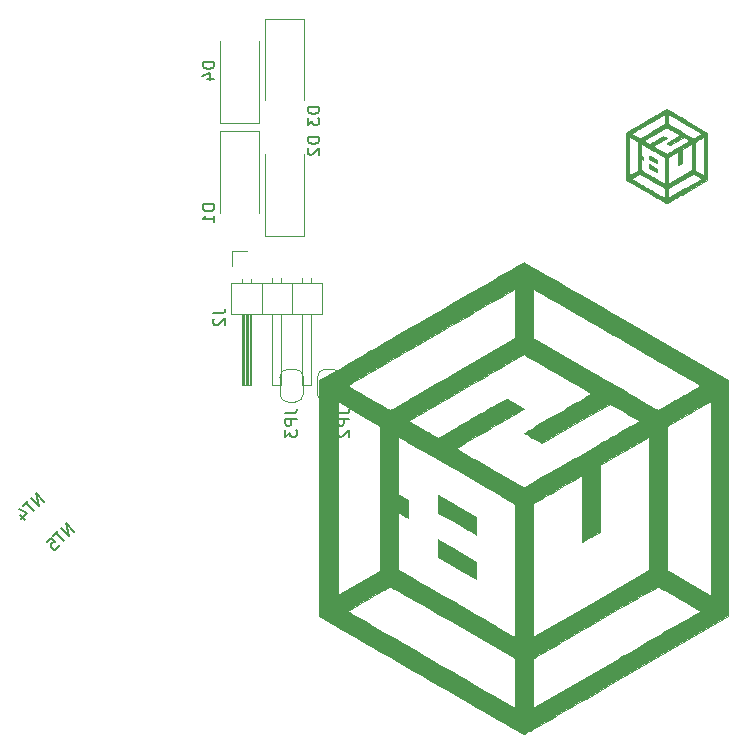
<source format=gbr>
%TF.GenerationSoftware,KiCad,Pcbnew,5.1.9-1.fc32*%
%TF.CreationDate,2021-04-18T22:57:20+02:00*%
%TF.ProjectId,energy-meter,656e6572-6779-42d6-9d65-7465722e6b69,rev?*%
%TF.SameCoordinates,Original*%
%TF.FileFunction,Legend,Bot*%
%TF.FilePolarity,Positive*%
%FSLAX46Y46*%
G04 Gerber Fmt 4.6, Leading zero omitted, Abs format (unit mm)*
G04 Created by KiCad (PCBNEW 5.1.9-1.fc32) date 2021-04-18 22:57:20*
%MOMM*%
%LPD*%
G01*
G04 APERTURE LIST*
%ADD10C,0.010000*%
%ADD11C,0.120000*%
%ADD12C,0.150000*%
G04 APERTURE END LIST*
D10*
%TO.C,G\u002A\u002A\u002A*%
G36*
X165210608Y-115461389D02*
G01*
X165136885Y-115502227D01*
X165018920Y-115568669D01*
X164859026Y-115659391D01*
X164659511Y-115773065D01*
X164422688Y-115908365D01*
X164150868Y-116063966D01*
X163846359Y-116238542D01*
X163511475Y-116430765D01*
X163148524Y-116639312D01*
X162759818Y-116862854D01*
X162347668Y-117100067D01*
X161914385Y-117349624D01*
X161462278Y-117610200D01*
X160993660Y-117880467D01*
X160510839Y-118159101D01*
X160228302Y-118322232D01*
X159361359Y-118822875D01*
X158541569Y-119296286D01*
X157767208Y-119743461D01*
X157036551Y-120165396D01*
X156347872Y-120563087D01*
X155699446Y-120937531D01*
X155089549Y-121289723D01*
X154516455Y-121620659D01*
X153978439Y-121931336D01*
X153473776Y-122222750D01*
X153000741Y-122495897D01*
X152557608Y-122751772D01*
X152142654Y-122991373D01*
X151754152Y-123215695D01*
X151390377Y-123425735D01*
X151049605Y-123622487D01*
X150730111Y-123806950D01*
X150430168Y-123980118D01*
X150148053Y-124142988D01*
X149882040Y-124296556D01*
X149630404Y-124441818D01*
X149391420Y-124579770D01*
X149344722Y-124606725D01*
X147926556Y-125425326D01*
X147926556Y-145422896D01*
X149344722Y-146241494D01*
X149605263Y-146391890D01*
X149907028Y-146566092D01*
X150242358Y-146759679D01*
X150603599Y-146968231D01*
X150983094Y-147187327D01*
X151373184Y-147412547D01*
X151766215Y-147639470D01*
X152154530Y-147863676D01*
X152530471Y-148080745D01*
X152837222Y-148257868D01*
X153803830Y-148816011D01*
X154722584Y-149346517D01*
X155594510Y-149849977D01*
X156420633Y-150326983D01*
X157201978Y-150778127D01*
X157939570Y-151204000D01*
X158634433Y-151605194D01*
X159287594Y-151982300D01*
X159900077Y-152335910D01*
X160472908Y-152666617D01*
X161007110Y-152975011D01*
X161503711Y-153261684D01*
X161963734Y-153527228D01*
X162388204Y-153772234D01*
X162778147Y-153997294D01*
X163134588Y-154203000D01*
X163458552Y-154389943D01*
X163751064Y-154558715D01*
X164013149Y-154709908D01*
X164245832Y-154844113D01*
X164450138Y-154961922D01*
X164627093Y-155063927D01*
X164777721Y-155150718D01*
X164903047Y-155222888D01*
X165004097Y-155281029D01*
X165081896Y-155325732D01*
X165137469Y-155357589D01*
X165171840Y-155377191D01*
X165185851Y-155385034D01*
X165195718Y-155385107D01*
X165215504Y-155379103D01*
X165246655Y-155366198D01*
X165290614Y-155345568D01*
X165348829Y-155316389D01*
X165422742Y-155277838D01*
X165513800Y-155229090D01*
X165623448Y-155169323D01*
X165753131Y-155097711D01*
X165904293Y-155013432D01*
X166078380Y-154915662D01*
X166276837Y-154803577D01*
X166501109Y-154676353D01*
X166752641Y-154533166D01*
X167032878Y-154373193D01*
X167343266Y-154195609D01*
X167685248Y-153999592D01*
X168060271Y-153784317D01*
X168469780Y-153548961D01*
X168915219Y-153292699D01*
X169085204Y-153194826D01*
X164493361Y-153194826D01*
X164401458Y-153138567D01*
X164369619Y-153119921D01*
X164290861Y-153074197D01*
X164167153Y-153002531D01*
X164000462Y-152906061D01*
X163792755Y-152785924D01*
X163546002Y-152643256D01*
X163262170Y-152479194D01*
X162943227Y-152294876D01*
X162591140Y-152091437D01*
X162207878Y-151870016D01*
X161795409Y-151631748D01*
X161355700Y-151377771D01*
X160890719Y-151109222D01*
X160402435Y-150827236D01*
X159892815Y-150532953D01*
X159363827Y-150227507D01*
X158817439Y-149912036D01*
X158255619Y-149587677D01*
X157680335Y-149255567D01*
X157310445Y-149042042D01*
X156728559Y-148706118D01*
X156159351Y-148377457D01*
X155604763Y-148057183D01*
X155066735Y-147746417D01*
X154547208Y-147446284D01*
X154048125Y-147157905D01*
X153571425Y-146882404D01*
X153119051Y-146620903D01*
X152692943Y-146374525D01*
X152295042Y-146144394D01*
X151927290Y-145931631D01*
X151591628Y-145737360D01*
X151289998Y-145562703D01*
X151024339Y-145408784D01*
X150796594Y-145276725D01*
X150608704Y-145167649D01*
X150462609Y-145082679D01*
X150360252Y-145022937D01*
X150303573Y-144989547D01*
X150292138Y-144982499D01*
X150313150Y-144966204D01*
X150378502Y-144924545D01*
X150483559Y-144860217D01*
X150623684Y-144775916D01*
X150794243Y-144674335D01*
X150990598Y-144558171D01*
X151208114Y-144430118D01*
X151442155Y-144292871D01*
X151688086Y-144149124D01*
X151941269Y-144001574D01*
X152197070Y-143852914D01*
X152450852Y-143705840D01*
X152697980Y-143563046D01*
X152933817Y-143427229D01*
X153153728Y-143301081D01*
X153353077Y-143187299D01*
X153527227Y-143088578D01*
X153671543Y-143007612D01*
X153781389Y-142947096D01*
X153852130Y-142909725D01*
X153877431Y-142898308D01*
X153906158Y-142911062D01*
X153981631Y-142950925D01*
X154101759Y-143016705D01*
X154264453Y-143107211D01*
X154467622Y-143221250D01*
X154709175Y-143357631D01*
X154987022Y-143515163D01*
X155299072Y-143692653D01*
X155643235Y-143888909D01*
X156017421Y-144102740D01*
X156419538Y-144332954D01*
X156847497Y-144578359D01*
X157299207Y-144837763D01*
X157772577Y-145109974D01*
X158265517Y-145393801D01*
X158775936Y-145688052D01*
X159201334Y-145933552D01*
X164478889Y-148980723D01*
X164486125Y-151087775D01*
X164493361Y-153194826D01*
X169085204Y-153194826D01*
X169398033Y-153014708D01*
X169919668Y-152714165D01*
X170481569Y-152390245D01*
X171085180Y-152042125D01*
X171731948Y-151668981D01*
X172423316Y-151269989D01*
X173160730Y-150844325D01*
X173899462Y-150417826D01*
X182555222Y-145420158D01*
X182555222Y-144977333D01*
X180193869Y-144977333D01*
X180168695Y-144992432D01*
X180096562Y-145034631D01*
X179979393Y-145102817D01*
X179819117Y-145195876D01*
X179617658Y-145312695D01*
X179376944Y-145452158D01*
X179098899Y-145613152D01*
X178785451Y-145794563D01*
X178438526Y-145995278D01*
X178060049Y-146214182D01*
X177651947Y-146450161D01*
X177216147Y-146702102D01*
X176754573Y-146968890D01*
X176269152Y-147249412D01*
X175761811Y-147542553D01*
X175234476Y-147847200D01*
X174689072Y-148162239D01*
X174127526Y-148486556D01*
X173551764Y-148819036D01*
X173092078Y-149084455D01*
X166002889Y-153177465D01*
X165995651Y-151089826D01*
X165994761Y-150751489D01*
X165994463Y-150429609D01*
X165994727Y-150128637D01*
X165995525Y-149853026D01*
X165996825Y-149607226D01*
X165998598Y-149395690D01*
X166000814Y-149222870D01*
X166003444Y-149093218D01*
X166006458Y-149011186D01*
X166009762Y-148981278D01*
X166037191Y-148964107D01*
X166110707Y-148920452D01*
X166227585Y-148851883D01*
X166385102Y-148759970D01*
X166580532Y-148646283D01*
X166811152Y-148512393D01*
X167074237Y-148359870D01*
X167367063Y-148190284D01*
X167686905Y-148005205D01*
X168031040Y-147806203D01*
X168396743Y-147594848D01*
X168781289Y-147372711D01*
X169181954Y-147141362D01*
X169596015Y-146902371D01*
X170020745Y-146657309D01*
X170453422Y-146407744D01*
X170891321Y-146155248D01*
X171331717Y-145901391D01*
X171771887Y-145647743D01*
X172209105Y-145395873D01*
X172640648Y-145147353D01*
X173063791Y-144903753D01*
X173475810Y-144666642D01*
X173873980Y-144437591D01*
X174255577Y-144218169D01*
X174617878Y-144009948D01*
X174958156Y-143814498D01*
X175273689Y-143633388D01*
X175561752Y-143468188D01*
X175819620Y-143320470D01*
X176044570Y-143191802D01*
X176233876Y-143083756D01*
X176384814Y-142997901D01*
X176494661Y-142935808D01*
X176560692Y-142899046D01*
X176580345Y-142888889D01*
X176609901Y-142902549D01*
X176683047Y-142941745D01*
X176795152Y-143003799D01*
X176941583Y-143086035D01*
X177117706Y-143185774D01*
X177318891Y-143300339D01*
X177540504Y-143427053D01*
X177777913Y-143563238D01*
X178026485Y-143706218D01*
X178281587Y-143853314D01*
X178538588Y-144001850D01*
X178792855Y-144149148D01*
X179039754Y-144292530D01*
X179274655Y-144429320D01*
X179492924Y-144556840D01*
X179689928Y-144672412D01*
X179861036Y-144773359D01*
X180001614Y-144857005D01*
X180107030Y-144920670D01*
X180172652Y-144961679D01*
X180193869Y-144977333D01*
X182555222Y-144977333D01*
X182555222Y-135424784D01*
X181059445Y-135424784D01*
X181059373Y-136102382D01*
X181059162Y-136765154D01*
X181058817Y-137410892D01*
X181058344Y-138037387D01*
X181057749Y-138642429D01*
X181057037Y-139223811D01*
X181056214Y-139779324D01*
X181055286Y-140306759D01*
X181054258Y-140803908D01*
X181053136Y-141268562D01*
X181051926Y-141698513D01*
X181050633Y-142091551D01*
X181049264Y-142445468D01*
X181047823Y-142758057D01*
X181046317Y-143027107D01*
X181044751Y-143250411D01*
X181043131Y-143425759D01*
X181041462Y-143550944D01*
X181039751Y-143623756D01*
X181038278Y-143642826D01*
X181010990Y-143627221D01*
X180938653Y-143585630D01*
X180825109Y-143520268D01*
X180674205Y-143433351D01*
X180489783Y-143327094D01*
X180275689Y-143203712D01*
X180035767Y-143065420D01*
X179773861Y-142914434D01*
X179493816Y-142752970D01*
X179199476Y-142583241D01*
X179189722Y-142577617D01*
X177362334Y-141523800D01*
X177362334Y-132534094D01*
X175862413Y-132534094D01*
X175862390Y-132939230D01*
X175862178Y-133388785D01*
X175861795Y-133885047D01*
X175861257Y-134430305D01*
X175860583Y-135026849D01*
X175859788Y-135676968D01*
X175859570Y-135850739D01*
X175852445Y-141490987D01*
X170927667Y-144334767D01*
X166002889Y-147178548D01*
X165997822Y-143170404D01*
X164487046Y-143170404D01*
X164486914Y-143677623D01*
X164486556Y-144161283D01*
X164485981Y-144618736D01*
X164485197Y-145047336D01*
X164484212Y-145444435D01*
X164483034Y-145807383D01*
X164481671Y-146133535D01*
X164480130Y-146420242D01*
X164478421Y-146664856D01*
X164476549Y-146864730D01*
X164474525Y-147017216D01*
X164472355Y-147119665D01*
X164470048Y-147169432D01*
X164469039Y-147173986D01*
X164442570Y-147159150D01*
X164369546Y-147117427D01*
X164252290Y-147050156D01*
X164093127Y-146958677D01*
X163894381Y-146844329D01*
X163658376Y-146708451D01*
X163387437Y-146552385D01*
X163083886Y-146377468D01*
X162750049Y-146185040D01*
X162388250Y-145976442D01*
X162000812Y-145753012D01*
X161590060Y-145516090D01*
X161158318Y-145267016D01*
X160707910Y-145007129D01*
X160241160Y-144737769D01*
X159760393Y-144460276D01*
X159537136Y-144331400D01*
X159050491Y-144050412D01*
X158576708Y-143776733D01*
X158118118Y-143511717D01*
X157677056Y-143256714D01*
X157255853Y-143013078D01*
X156856841Y-142782160D01*
X156482353Y-142565313D01*
X156134722Y-142363889D01*
X155816279Y-142179239D01*
X155529358Y-142012716D01*
X155276290Y-141865673D01*
X155059408Y-141739461D01*
X154881045Y-141635432D01*
X154743532Y-141554939D01*
X154742432Y-141554290D01*
X153063127Y-141554290D01*
X149492889Y-143617974D01*
X149485739Y-139530378D01*
X149484862Y-138958375D01*
X149484140Y-138339022D01*
X149483572Y-137681413D01*
X149483158Y-136994642D01*
X149482898Y-136287803D01*
X149482792Y-135569991D01*
X149482841Y-134850299D01*
X149483044Y-134137823D01*
X149483401Y-133441655D01*
X149483912Y-132770890D01*
X149484578Y-132134622D01*
X149485398Y-131541945D01*
X149485739Y-131336315D01*
X149492889Y-127229846D01*
X151270889Y-128256449D01*
X153048889Y-129283051D01*
X153056008Y-135418670D01*
X153063127Y-141554290D01*
X154742432Y-141554290D01*
X154649203Y-141499333D01*
X154600389Y-141469968D01*
X154593897Y-141465677D01*
X154587445Y-141449000D01*
X154581850Y-141409626D01*
X154577078Y-141344540D01*
X154573094Y-141250728D01*
X154569862Y-141125176D01*
X154567349Y-140964868D01*
X154565519Y-140766791D01*
X154564339Y-140527928D01*
X154563772Y-140245267D01*
X154563786Y-139915792D01*
X154564343Y-139536488D01*
X154565412Y-139104341D01*
X154565675Y-139014139D01*
X154572889Y-136595168D01*
X154855111Y-136758821D01*
X154988064Y-136835769D01*
X155122182Y-136913143D01*
X155238896Y-136980241D01*
X155299611Y-137014975D01*
X155461889Y-137107476D01*
X155461889Y-135611818D01*
X155010334Y-135350059D01*
X154558778Y-135088299D01*
X154558778Y-132622817D01*
X154559014Y-132255502D01*
X154559700Y-131905012D01*
X154560800Y-131575364D01*
X154562281Y-131270572D01*
X154564107Y-130994654D01*
X154566244Y-130751624D01*
X154568657Y-130545498D01*
X154571311Y-130380292D01*
X154574172Y-130260022D01*
X154577206Y-130188704D01*
X154579945Y-130169593D01*
X154606259Y-130184786D01*
X154678951Y-130226748D01*
X154795514Y-130294031D01*
X154953441Y-130385189D01*
X155150224Y-130498774D01*
X155383355Y-130633339D01*
X155650327Y-130787436D01*
X155948633Y-130959619D01*
X156275765Y-131148439D01*
X156629216Y-131352450D01*
X157006478Y-131570205D01*
X157405044Y-131800255D01*
X157822407Y-132041155D01*
X158256058Y-132291455D01*
X158703491Y-132549710D01*
X158820334Y-132617151D01*
X159283453Y-132884462D01*
X159740857Y-133148482D01*
X160189458Y-133407426D01*
X160626166Y-133659511D01*
X161047890Y-133902954D01*
X161451541Y-134135969D01*
X161834030Y-134356775D01*
X162192266Y-134563586D01*
X162523161Y-134754621D01*
X162823624Y-134928093D01*
X163090567Y-135082222D01*
X163320899Y-135215221D01*
X163511530Y-135325309D01*
X163659371Y-135410700D01*
X163759222Y-135468393D01*
X164478889Y-135884335D01*
X164486014Y-141533876D01*
X164486604Y-142095883D01*
X164486946Y-142642275D01*
X164487046Y-143170404D01*
X165997822Y-143170404D01*
X165995764Y-141542699D01*
X165995161Y-140982721D01*
X165994780Y-140437772D01*
X165994614Y-139910538D01*
X165994657Y-139403707D01*
X165994902Y-138919966D01*
X165995342Y-138462002D01*
X165995971Y-138032503D01*
X165996781Y-137634155D01*
X165997767Y-137269645D01*
X165998920Y-136941662D01*
X166000236Y-136652892D01*
X166001707Y-136406022D01*
X166003326Y-136203739D01*
X166005086Y-136048732D01*
X166006981Y-135943686D01*
X166009005Y-135891289D01*
X166009875Y-135885644D01*
X166036654Y-135868914D01*
X166107828Y-135826655D01*
X166219042Y-135761381D01*
X166365944Y-135675607D01*
X166544181Y-135571848D01*
X166749399Y-135452619D01*
X166977244Y-135320435D01*
X167223364Y-135177811D01*
X167483406Y-135027262D01*
X167753015Y-134871303D01*
X168027839Y-134712450D01*
X168303524Y-134553216D01*
X168575717Y-134396117D01*
X168840064Y-134243669D01*
X169092213Y-134098385D01*
X169327810Y-133962781D01*
X169542502Y-133839372D01*
X169731935Y-133730673D01*
X169891757Y-133639199D01*
X170017613Y-133567465D01*
X170105150Y-133517985D01*
X170150016Y-133493276D01*
X170155073Y-133490889D01*
X170156555Y-133518480D01*
X170157976Y-133598727D01*
X170159320Y-133727843D01*
X170160575Y-133902040D01*
X170161725Y-134117530D01*
X170162756Y-134370524D01*
X170163654Y-134657236D01*
X170164405Y-134973876D01*
X170164994Y-135316659D01*
X170165407Y-135681794D01*
X170165630Y-136065495D01*
X170165667Y-136299000D01*
X170165875Y-136691853D01*
X170166480Y-137068359D01*
X170167453Y-137424733D01*
X170168766Y-137757187D01*
X170170390Y-138061935D01*
X170172297Y-138335192D01*
X170174458Y-138573171D01*
X170176845Y-138772085D01*
X170179428Y-138928149D01*
X170182180Y-139037576D01*
X170185072Y-139096580D01*
X170186834Y-139106209D01*
X170215725Y-139092345D01*
X170287132Y-139053576D01*
X170394811Y-138993426D01*
X170532514Y-138915418D01*
X170693996Y-138823075D01*
X170873011Y-138719921D01*
X170927667Y-138688282D01*
X171647334Y-138271258D01*
X171675556Y-132607448D01*
X173721667Y-131423292D01*
X174034418Y-131242459D01*
X174333762Y-131069703D01*
X174616014Y-130907132D01*
X174877489Y-130756853D01*
X175114501Y-130620974D01*
X175323366Y-130501602D01*
X175500396Y-130400845D01*
X175641908Y-130320812D01*
X175744216Y-130263610D01*
X175803634Y-130231346D01*
X175817236Y-130224813D01*
X175823057Y-130225046D01*
X175828396Y-130230785D01*
X175833271Y-130244319D01*
X175837699Y-130267937D01*
X175841697Y-130303928D01*
X175845283Y-130354581D01*
X175848472Y-130422185D01*
X175851284Y-130509028D01*
X175853735Y-130617400D01*
X175855842Y-130749591D01*
X175857622Y-130907887D01*
X175859094Y-131094580D01*
X175860273Y-131311958D01*
X175861177Y-131562309D01*
X175861823Y-131847923D01*
X175862230Y-132171088D01*
X175862413Y-132534094D01*
X177362334Y-132534094D01*
X177362334Y-129320177D01*
X178128523Y-128878488D01*
X175012787Y-128878488D01*
X174985544Y-128895323D01*
X174912320Y-128938564D01*
X174795948Y-129006579D01*
X174639262Y-129097737D01*
X174445094Y-129210407D01*
X174216277Y-129342958D01*
X173955644Y-129493758D01*
X173666029Y-129661177D01*
X173350264Y-129843584D01*
X173011182Y-130039346D01*
X172651617Y-130246834D01*
X172274401Y-130464416D01*
X171882367Y-130690460D01*
X171478349Y-130923337D01*
X171065179Y-131161413D01*
X170645690Y-131403059D01*
X170222715Y-131646644D01*
X169799088Y-131890535D01*
X169377642Y-132133103D01*
X168961208Y-132372715D01*
X168552621Y-132607741D01*
X168154714Y-132836549D01*
X167770319Y-133057509D01*
X167402269Y-133268990D01*
X167053397Y-133469359D01*
X166726537Y-133656986D01*
X166424521Y-133830240D01*
X166150183Y-133987490D01*
X165906355Y-134127105D01*
X165695871Y-134247452D01*
X165521562Y-134346903D01*
X165386264Y-134423824D01*
X165292807Y-134476585D01*
X165244026Y-134503555D01*
X165237298Y-134506861D01*
X165207696Y-134493104D01*
X165133699Y-134453485D01*
X165019714Y-134390495D01*
X164870151Y-134306630D01*
X164689418Y-134204380D01*
X164481925Y-134086240D01*
X164252081Y-133954703D01*
X164004295Y-133812260D01*
X163783854Y-133685045D01*
X163462798Y-133499486D01*
X163106509Y-133293639D01*
X162727287Y-133074605D01*
X162337433Y-132849487D01*
X161949249Y-132625388D01*
X161575034Y-132409410D01*
X161227090Y-132208655D01*
X160965222Y-132057617D01*
X160707117Y-131908701D01*
X160462809Y-131767593D01*
X160236830Y-131636920D01*
X160033712Y-131519312D01*
X159857989Y-131417395D01*
X159714191Y-131333798D01*
X159606852Y-131271149D01*
X159540503Y-131232076D01*
X159520385Y-131219835D01*
X159510920Y-131205592D01*
X159521504Y-131184489D01*
X159557174Y-131153001D01*
X159622967Y-131107603D01*
X159723919Y-131044771D01*
X159865069Y-130960978D01*
X160014274Y-130874193D01*
X160120224Y-130812926D01*
X160270477Y-130726094D01*
X160460450Y-130616342D01*
X160685560Y-130486318D01*
X160941222Y-130338669D01*
X161222853Y-130176042D01*
X161525868Y-130001083D01*
X161845684Y-129816440D01*
X162177718Y-129624760D01*
X162517385Y-129428689D01*
X162813778Y-129257611D01*
X163143534Y-129067244D01*
X163460514Y-128884174D01*
X163761151Y-128710467D01*
X164041876Y-128548189D01*
X164299120Y-128399404D01*
X164529316Y-128266177D01*
X164728895Y-128150575D01*
X164894289Y-128054662D01*
X165021929Y-127980504D01*
X165108247Y-127930165D01*
X165149675Y-127905712D01*
X165151483Y-127904601D01*
X165231410Y-127854729D01*
X164558816Y-127465890D01*
X164378543Y-127361678D01*
X164211100Y-127264896D01*
X164063662Y-127179691D01*
X163943406Y-127110208D01*
X163857507Y-127060595D01*
X163813141Y-127034999D01*
X163812692Y-127034740D01*
X163800613Y-127028854D01*
X163786139Y-127025720D01*
X163766596Y-127026808D01*
X163739309Y-127033583D01*
X163701604Y-127047513D01*
X163650806Y-127070065D01*
X163584240Y-127102706D01*
X163499233Y-127146903D01*
X163393109Y-127204122D01*
X163263195Y-127275831D01*
X163106815Y-127363498D01*
X162921295Y-127468588D01*
X162703960Y-127592569D01*
X162452137Y-127736908D01*
X162163149Y-127903073D01*
X161834324Y-128092529D01*
X161462986Y-128306745D01*
X161046461Y-128547186D01*
X160877346Y-128644830D01*
X160507070Y-128858556D01*
X160150219Y-129064395D01*
X159809861Y-129260586D01*
X159489062Y-129445367D01*
X159190887Y-129616977D01*
X158918402Y-129773655D01*
X158674673Y-129913639D01*
X158462767Y-130035168D01*
X158285749Y-130136480D01*
X158146684Y-130215814D01*
X158048640Y-130271409D01*
X157994682Y-130301503D01*
X157984867Y-130306560D01*
X157954588Y-130295114D01*
X157882009Y-130258483D01*
X157772674Y-130199871D01*
X157632126Y-130122483D01*
X157465909Y-130029524D01*
X157279568Y-129924198D01*
X157078647Y-129809711D01*
X156868689Y-129689266D01*
X156655239Y-129566068D01*
X156443840Y-129443322D01*
X156240037Y-129324232D01*
X156049374Y-129212004D01*
X155877394Y-129109841D01*
X155729642Y-129020949D01*
X155611661Y-128948532D01*
X155528996Y-128895794D01*
X155487191Y-128865941D01*
X155483349Y-128860593D01*
X155509456Y-128844913D01*
X155581604Y-128802701D01*
X155696953Y-128735593D01*
X155852669Y-128645227D01*
X156045912Y-128533240D01*
X156273847Y-128401270D01*
X156533635Y-128250954D01*
X156822440Y-128083929D01*
X157137424Y-127901832D01*
X157475751Y-127706302D01*
X157834583Y-127498974D01*
X158211082Y-127281487D01*
X158602413Y-127055478D01*
X159005737Y-126822585D01*
X159418217Y-126584444D01*
X159837016Y-126342692D01*
X160259297Y-126098969D01*
X160682223Y-125854909D01*
X161102956Y-125612152D01*
X161518660Y-125372333D01*
X161926497Y-125137092D01*
X162323630Y-124908064D01*
X162707222Y-124686888D01*
X163074435Y-124475200D01*
X163422432Y-124274638D01*
X163748377Y-124086839D01*
X164049432Y-123913441D01*
X164322759Y-123756081D01*
X164565523Y-123616396D01*
X164774884Y-123496024D01*
X164948007Y-123396602D01*
X165082054Y-123319767D01*
X165174187Y-123267157D01*
X165221571Y-123240408D01*
X165227544Y-123237243D01*
X165253757Y-123250402D01*
X165325808Y-123290063D01*
X165440662Y-123354494D01*
X165595284Y-123441959D01*
X165786639Y-123550725D01*
X166011691Y-123679056D01*
X166267404Y-123825220D01*
X166550745Y-123987482D01*
X166858677Y-124164108D01*
X167188166Y-124353363D01*
X167536175Y-124553513D01*
X167899671Y-124762824D01*
X168130138Y-124895661D01*
X168567287Y-125147780D01*
X168958004Y-125373296D01*
X169304799Y-125573720D01*
X169610182Y-125750564D01*
X169876664Y-125905342D01*
X170106757Y-126039565D01*
X170302970Y-126154745D01*
X170467814Y-126252395D01*
X170603800Y-126334027D01*
X170713438Y-126401154D01*
X170799240Y-126455287D01*
X170863716Y-126497939D01*
X170909376Y-126530622D01*
X170938731Y-126554849D01*
X170954293Y-126572131D01*
X170958571Y-126583982D01*
X170954076Y-126591912D01*
X170950309Y-126594367D01*
X170879417Y-126633686D01*
X170767215Y-126697181D01*
X170617398Y-126782703D01*
X170433660Y-126888104D01*
X170219695Y-127011237D01*
X169979197Y-127149953D01*
X169715862Y-127302103D01*
X169433384Y-127465540D01*
X169135457Y-127638115D01*
X168825776Y-127817680D01*
X168508036Y-128002088D01*
X168185930Y-128189189D01*
X167863153Y-128376836D01*
X167543400Y-128562881D01*
X167230365Y-128745175D01*
X166927743Y-128921571D01*
X166639229Y-129089919D01*
X166368516Y-129248072D01*
X166119299Y-129393883D01*
X165895273Y-129525201D01*
X165700132Y-129639881D01*
X165537571Y-129735772D01*
X165411284Y-129810727D01*
X165324965Y-129862599D01*
X165282310Y-129889238D01*
X165278300Y-129892363D01*
X165301868Y-129911589D01*
X165368493Y-129955047D01*
X165472156Y-130019089D01*
X165606835Y-130100069D01*
X165766509Y-130194337D01*
X165945158Y-130298248D01*
X166009407Y-130335274D01*
X166740393Y-130755531D01*
X169625507Y-129089531D01*
X172510622Y-127423531D01*
X173765209Y-128147737D01*
X174007512Y-128287806D01*
X174234144Y-128419202D01*
X174440566Y-128539268D01*
X174622240Y-128645344D01*
X174774626Y-128734773D01*
X174893185Y-128804895D01*
X174973378Y-128853052D01*
X175010666Y-128876584D01*
X175012787Y-128878488D01*
X178128523Y-128878488D01*
X179147389Y-128291137D01*
X179439953Y-128122524D01*
X179719305Y-127961610D01*
X179981430Y-127810702D01*
X180222316Y-127672107D01*
X180437948Y-127548130D01*
X180624312Y-127441080D01*
X180777395Y-127353263D01*
X180893183Y-127286986D01*
X180967661Y-127244555D01*
X180995945Y-127228722D01*
X181059445Y-127195347D01*
X181059445Y-135424784D01*
X182555222Y-135424784D01*
X182555222Y-125866288D01*
X180189069Y-125866288D01*
X180168138Y-125882659D01*
X180102828Y-125924354D01*
X179997765Y-125988692D01*
X179857575Y-126072988D01*
X179686884Y-126174557D01*
X179490319Y-126290716D01*
X179272504Y-126418781D01*
X179038065Y-126556068D01*
X178791629Y-126699893D01*
X178537822Y-126847572D01*
X178281268Y-126996420D01*
X178026595Y-127143755D01*
X177778427Y-127286892D01*
X177541392Y-127423146D01*
X177320113Y-127549835D01*
X177119218Y-127664274D01*
X176943333Y-127763779D01*
X176797083Y-127845665D01*
X176685093Y-127907250D01*
X176611991Y-127945849D01*
X176582635Y-127958790D01*
X176555501Y-127944928D01*
X176481749Y-127904098D01*
X176363623Y-127837588D01*
X176203367Y-127746684D01*
X176003226Y-127632676D01*
X175765442Y-127496850D01*
X175492262Y-127340496D01*
X175185927Y-127164901D01*
X174848684Y-126971353D01*
X174482776Y-126761141D01*
X174090447Y-126535551D01*
X173673941Y-126295872D01*
X173235503Y-126043393D01*
X172777376Y-125779400D01*
X172301805Y-125505183D01*
X171811034Y-125222028D01*
X171307307Y-124931225D01*
X171276857Y-124913640D01*
X166002889Y-121867947D01*
X165995653Y-119760671D01*
X165995599Y-119744855D01*
X164493000Y-119744855D01*
X164493000Y-121856435D01*
X159210069Y-124907884D01*
X158705262Y-125199389D01*
X158213307Y-125483328D01*
X157736443Y-125758414D01*
X157276911Y-126023359D01*
X156836951Y-126276876D01*
X156418802Y-126517679D01*
X156024706Y-126744481D01*
X155656902Y-126955994D01*
X155317630Y-127150931D01*
X155009130Y-127328005D01*
X154733643Y-127485929D01*
X154493408Y-127623417D01*
X154290666Y-127739180D01*
X154127657Y-127831932D01*
X154006621Y-127900387D01*
X153929797Y-127943256D01*
X153899427Y-127959253D01*
X153899083Y-127959333D01*
X153870651Y-127945570D01*
X153797252Y-127905752D01*
X153682775Y-127842089D01*
X153531110Y-127756788D01*
X153346150Y-127652057D01*
X153131784Y-127530106D01*
X152891904Y-127393142D01*
X152630399Y-127243375D01*
X152351161Y-127083011D01*
X152071796Y-126922167D01*
X151780375Y-126753774D01*
X151504110Y-126593354D01*
X151246771Y-126443145D01*
X151012129Y-126305385D01*
X150803955Y-126182312D01*
X150626018Y-126076165D01*
X150482090Y-125989181D01*
X150375941Y-125923599D01*
X150311342Y-125881657D01*
X150291948Y-125865674D01*
X150317688Y-125850137D01*
X150390380Y-125807498D01*
X150508095Y-125738875D01*
X150668900Y-125645386D01*
X150870865Y-125528147D01*
X151112058Y-125388277D01*
X151390549Y-125226894D01*
X151704406Y-125045113D01*
X152051699Y-124844054D01*
X152430495Y-124624832D01*
X152838864Y-124388567D01*
X153274875Y-124136375D01*
X153736596Y-123869374D01*
X154222097Y-123588681D01*
X154729446Y-123295414D01*
X155256712Y-122990690D01*
X155801964Y-122675627D01*
X156363271Y-122351342D01*
X156938701Y-122018953D01*
X157381000Y-121763503D01*
X157965801Y-121425768D01*
X158537948Y-121095338D01*
X159095509Y-120773327D01*
X159636552Y-120460851D01*
X160159147Y-120159025D01*
X160661361Y-119868966D01*
X161141264Y-119591789D01*
X161596923Y-119328609D01*
X162026407Y-119080543D01*
X162427785Y-118848705D01*
X162799126Y-118634212D01*
X163138497Y-118438179D01*
X163443967Y-118261722D01*
X163713606Y-118105957D01*
X163945480Y-117971998D01*
X164137659Y-117860963D01*
X164288212Y-117773966D01*
X164395206Y-117712122D01*
X164456710Y-117676549D01*
X164471834Y-117667774D01*
X164475245Y-117693153D01*
X164478486Y-117770633D01*
X164481512Y-117895870D01*
X164484281Y-118064520D01*
X164486747Y-118272239D01*
X164488866Y-118514685D01*
X164490595Y-118787513D01*
X164491890Y-119086380D01*
X164492706Y-119406942D01*
X164493000Y-119744855D01*
X165995599Y-119744855D01*
X165988417Y-117653396D01*
X166080320Y-117709841D01*
X166112159Y-117728504D01*
X166190915Y-117774246D01*
X166314621Y-117845932D01*
X166481309Y-117942423D01*
X166689011Y-118062582D01*
X166935759Y-118205274D01*
X167219586Y-118369360D01*
X167538524Y-118553704D01*
X167890604Y-118757169D01*
X168273859Y-118978617D01*
X168686321Y-119216913D01*
X169126022Y-119470918D01*
X169590994Y-119739496D01*
X170079270Y-120021509D01*
X170588882Y-120315822D01*
X171117861Y-120621296D01*
X171664240Y-120936795D01*
X172226052Y-121261182D01*
X172801328Y-121593320D01*
X173171334Y-121806932D01*
X173753204Y-122142878D01*
X174322394Y-122471557D01*
X174876961Y-122791846D01*
X175414966Y-123102621D01*
X175934466Y-123402761D01*
X176433522Y-123691142D01*
X176910191Y-123966643D01*
X177362534Y-124228139D01*
X177788610Y-124474510D01*
X178186477Y-124704631D01*
X178554195Y-124917380D01*
X178889822Y-125111634D01*
X179191418Y-125286272D01*
X179457043Y-125440169D01*
X179684754Y-125572204D01*
X179872611Y-125681253D01*
X180018674Y-125766194D01*
X180121001Y-125825905D01*
X180177652Y-125859262D01*
X180189069Y-125866288D01*
X182555222Y-125866288D01*
X182555222Y-125427821D01*
X173912201Y-120437651D01*
X173264946Y-120064001D01*
X172630132Y-119697631D01*
X172009504Y-119339548D01*
X171404813Y-118990757D01*
X170817804Y-118652264D01*
X170250227Y-118325075D01*
X169703830Y-118010194D01*
X169180359Y-117708627D01*
X168681564Y-117421381D01*
X168209193Y-117149460D01*
X167764993Y-116893871D01*
X167350712Y-116655618D01*
X166968098Y-116435707D01*
X166618899Y-116235144D01*
X166304863Y-116054935D01*
X166027739Y-115896084D01*
X165789274Y-115759598D01*
X165591215Y-115646482D01*
X165435312Y-115557742D01*
X165323312Y-115494383D01*
X165256963Y-115457411D01*
X165237780Y-115447481D01*
X165210608Y-115461389D01*
G37*
X165210608Y-115461389D02*
X165136885Y-115502227D01*
X165018920Y-115568669D01*
X164859026Y-115659391D01*
X164659511Y-115773065D01*
X164422688Y-115908365D01*
X164150868Y-116063966D01*
X163846359Y-116238542D01*
X163511475Y-116430765D01*
X163148524Y-116639312D01*
X162759818Y-116862854D01*
X162347668Y-117100067D01*
X161914385Y-117349624D01*
X161462278Y-117610200D01*
X160993660Y-117880467D01*
X160510839Y-118159101D01*
X160228302Y-118322232D01*
X159361359Y-118822875D01*
X158541569Y-119296286D01*
X157767208Y-119743461D01*
X157036551Y-120165396D01*
X156347872Y-120563087D01*
X155699446Y-120937531D01*
X155089549Y-121289723D01*
X154516455Y-121620659D01*
X153978439Y-121931336D01*
X153473776Y-122222750D01*
X153000741Y-122495897D01*
X152557608Y-122751772D01*
X152142654Y-122991373D01*
X151754152Y-123215695D01*
X151390377Y-123425735D01*
X151049605Y-123622487D01*
X150730111Y-123806950D01*
X150430168Y-123980118D01*
X150148053Y-124142988D01*
X149882040Y-124296556D01*
X149630404Y-124441818D01*
X149391420Y-124579770D01*
X149344722Y-124606725D01*
X147926556Y-125425326D01*
X147926556Y-145422896D01*
X149344722Y-146241494D01*
X149605263Y-146391890D01*
X149907028Y-146566092D01*
X150242358Y-146759679D01*
X150603599Y-146968231D01*
X150983094Y-147187327D01*
X151373184Y-147412547D01*
X151766215Y-147639470D01*
X152154530Y-147863676D01*
X152530471Y-148080745D01*
X152837222Y-148257868D01*
X153803830Y-148816011D01*
X154722584Y-149346517D01*
X155594510Y-149849977D01*
X156420633Y-150326983D01*
X157201978Y-150778127D01*
X157939570Y-151204000D01*
X158634433Y-151605194D01*
X159287594Y-151982300D01*
X159900077Y-152335910D01*
X160472908Y-152666617D01*
X161007110Y-152975011D01*
X161503711Y-153261684D01*
X161963734Y-153527228D01*
X162388204Y-153772234D01*
X162778147Y-153997294D01*
X163134588Y-154203000D01*
X163458552Y-154389943D01*
X163751064Y-154558715D01*
X164013149Y-154709908D01*
X164245832Y-154844113D01*
X164450138Y-154961922D01*
X164627093Y-155063927D01*
X164777721Y-155150718D01*
X164903047Y-155222888D01*
X165004097Y-155281029D01*
X165081896Y-155325732D01*
X165137469Y-155357589D01*
X165171840Y-155377191D01*
X165185851Y-155385034D01*
X165195718Y-155385107D01*
X165215504Y-155379103D01*
X165246655Y-155366198D01*
X165290614Y-155345568D01*
X165348829Y-155316389D01*
X165422742Y-155277838D01*
X165513800Y-155229090D01*
X165623448Y-155169323D01*
X165753131Y-155097711D01*
X165904293Y-155013432D01*
X166078380Y-154915662D01*
X166276837Y-154803577D01*
X166501109Y-154676353D01*
X166752641Y-154533166D01*
X167032878Y-154373193D01*
X167343266Y-154195609D01*
X167685248Y-153999592D01*
X168060271Y-153784317D01*
X168469780Y-153548961D01*
X168915219Y-153292699D01*
X169085204Y-153194826D01*
X164493361Y-153194826D01*
X164401458Y-153138567D01*
X164369619Y-153119921D01*
X164290861Y-153074197D01*
X164167153Y-153002531D01*
X164000462Y-152906061D01*
X163792755Y-152785924D01*
X163546002Y-152643256D01*
X163262170Y-152479194D01*
X162943227Y-152294876D01*
X162591140Y-152091437D01*
X162207878Y-151870016D01*
X161795409Y-151631748D01*
X161355700Y-151377771D01*
X160890719Y-151109222D01*
X160402435Y-150827236D01*
X159892815Y-150532953D01*
X159363827Y-150227507D01*
X158817439Y-149912036D01*
X158255619Y-149587677D01*
X157680335Y-149255567D01*
X157310445Y-149042042D01*
X156728559Y-148706118D01*
X156159351Y-148377457D01*
X155604763Y-148057183D01*
X155066735Y-147746417D01*
X154547208Y-147446284D01*
X154048125Y-147157905D01*
X153571425Y-146882404D01*
X153119051Y-146620903D01*
X152692943Y-146374525D01*
X152295042Y-146144394D01*
X151927290Y-145931631D01*
X151591628Y-145737360D01*
X151289998Y-145562703D01*
X151024339Y-145408784D01*
X150796594Y-145276725D01*
X150608704Y-145167649D01*
X150462609Y-145082679D01*
X150360252Y-145022937D01*
X150303573Y-144989547D01*
X150292138Y-144982499D01*
X150313150Y-144966204D01*
X150378502Y-144924545D01*
X150483559Y-144860217D01*
X150623684Y-144775916D01*
X150794243Y-144674335D01*
X150990598Y-144558171D01*
X151208114Y-144430118D01*
X151442155Y-144292871D01*
X151688086Y-144149124D01*
X151941269Y-144001574D01*
X152197070Y-143852914D01*
X152450852Y-143705840D01*
X152697980Y-143563046D01*
X152933817Y-143427229D01*
X153153728Y-143301081D01*
X153353077Y-143187299D01*
X153527227Y-143088578D01*
X153671543Y-143007612D01*
X153781389Y-142947096D01*
X153852130Y-142909725D01*
X153877431Y-142898308D01*
X153906158Y-142911062D01*
X153981631Y-142950925D01*
X154101759Y-143016705D01*
X154264453Y-143107211D01*
X154467622Y-143221250D01*
X154709175Y-143357631D01*
X154987022Y-143515163D01*
X155299072Y-143692653D01*
X155643235Y-143888909D01*
X156017421Y-144102740D01*
X156419538Y-144332954D01*
X156847497Y-144578359D01*
X157299207Y-144837763D01*
X157772577Y-145109974D01*
X158265517Y-145393801D01*
X158775936Y-145688052D01*
X159201334Y-145933552D01*
X164478889Y-148980723D01*
X164486125Y-151087775D01*
X164493361Y-153194826D01*
X169085204Y-153194826D01*
X169398033Y-153014708D01*
X169919668Y-152714165D01*
X170481569Y-152390245D01*
X171085180Y-152042125D01*
X171731948Y-151668981D01*
X172423316Y-151269989D01*
X173160730Y-150844325D01*
X173899462Y-150417826D01*
X182555222Y-145420158D01*
X182555222Y-144977333D01*
X180193869Y-144977333D01*
X180168695Y-144992432D01*
X180096562Y-145034631D01*
X179979393Y-145102817D01*
X179819117Y-145195876D01*
X179617658Y-145312695D01*
X179376944Y-145452158D01*
X179098899Y-145613152D01*
X178785451Y-145794563D01*
X178438526Y-145995278D01*
X178060049Y-146214182D01*
X177651947Y-146450161D01*
X177216147Y-146702102D01*
X176754573Y-146968890D01*
X176269152Y-147249412D01*
X175761811Y-147542553D01*
X175234476Y-147847200D01*
X174689072Y-148162239D01*
X174127526Y-148486556D01*
X173551764Y-148819036D01*
X173092078Y-149084455D01*
X166002889Y-153177465D01*
X165995651Y-151089826D01*
X165994761Y-150751489D01*
X165994463Y-150429609D01*
X165994727Y-150128637D01*
X165995525Y-149853026D01*
X165996825Y-149607226D01*
X165998598Y-149395690D01*
X166000814Y-149222870D01*
X166003444Y-149093218D01*
X166006458Y-149011186D01*
X166009762Y-148981278D01*
X166037191Y-148964107D01*
X166110707Y-148920452D01*
X166227585Y-148851883D01*
X166385102Y-148759970D01*
X166580532Y-148646283D01*
X166811152Y-148512393D01*
X167074237Y-148359870D01*
X167367063Y-148190284D01*
X167686905Y-148005205D01*
X168031040Y-147806203D01*
X168396743Y-147594848D01*
X168781289Y-147372711D01*
X169181954Y-147141362D01*
X169596015Y-146902371D01*
X170020745Y-146657309D01*
X170453422Y-146407744D01*
X170891321Y-146155248D01*
X171331717Y-145901391D01*
X171771887Y-145647743D01*
X172209105Y-145395873D01*
X172640648Y-145147353D01*
X173063791Y-144903753D01*
X173475810Y-144666642D01*
X173873980Y-144437591D01*
X174255577Y-144218169D01*
X174617878Y-144009948D01*
X174958156Y-143814498D01*
X175273689Y-143633388D01*
X175561752Y-143468188D01*
X175819620Y-143320470D01*
X176044570Y-143191802D01*
X176233876Y-143083756D01*
X176384814Y-142997901D01*
X176494661Y-142935808D01*
X176560692Y-142899046D01*
X176580345Y-142888889D01*
X176609901Y-142902549D01*
X176683047Y-142941745D01*
X176795152Y-143003799D01*
X176941583Y-143086035D01*
X177117706Y-143185774D01*
X177318891Y-143300339D01*
X177540504Y-143427053D01*
X177777913Y-143563238D01*
X178026485Y-143706218D01*
X178281587Y-143853314D01*
X178538588Y-144001850D01*
X178792855Y-144149148D01*
X179039754Y-144292530D01*
X179274655Y-144429320D01*
X179492924Y-144556840D01*
X179689928Y-144672412D01*
X179861036Y-144773359D01*
X180001614Y-144857005D01*
X180107030Y-144920670D01*
X180172652Y-144961679D01*
X180193869Y-144977333D01*
X182555222Y-144977333D01*
X182555222Y-135424784D01*
X181059445Y-135424784D01*
X181059373Y-136102382D01*
X181059162Y-136765154D01*
X181058817Y-137410892D01*
X181058344Y-138037387D01*
X181057749Y-138642429D01*
X181057037Y-139223811D01*
X181056214Y-139779324D01*
X181055286Y-140306759D01*
X181054258Y-140803908D01*
X181053136Y-141268562D01*
X181051926Y-141698513D01*
X181050633Y-142091551D01*
X181049264Y-142445468D01*
X181047823Y-142758057D01*
X181046317Y-143027107D01*
X181044751Y-143250411D01*
X181043131Y-143425759D01*
X181041462Y-143550944D01*
X181039751Y-143623756D01*
X181038278Y-143642826D01*
X181010990Y-143627221D01*
X180938653Y-143585630D01*
X180825109Y-143520268D01*
X180674205Y-143433351D01*
X180489783Y-143327094D01*
X180275689Y-143203712D01*
X180035767Y-143065420D01*
X179773861Y-142914434D01*
X179493816Y-142752970D01*
X179199476Y-142583241D01*
X179189722Y-142577617D01*
X177362334Y-141523800D01*
X177362334Y-132534094D01*
X175862413Y-132534094D01*
X175862390Y-132939230D01*
X175862178Y-133388785D01*
X175861795Y-133885047D01*
X175861257Y-134430305D01*
X175860583Y-135026849D01*
X175859788Y-135676968D01*
X175859570Y-135850739D01*
X175852445Y-141490987D01*
X170927667Y-144334767D01*
X166002889Y-147178548D01*
X165997822Y-143170404D01*
X164487046Y-143170404D01*
X164486914Y-143677623D01*
X164486556Y-144161283D01*
X164485981Y-144618736D01*
X164485197Y-145047336D01*
X164484212Y-145444435D01*
X164483034Y-145807383D01*
X164481671Y-146133535D01*
X164480130Y-146420242D01*
X164478421Y-146664856D01*
X164476549Y-146864730D01*
X164474525Y-147017216D01*
X164472355Y-147119665D01*
X164470048Y-147169432D01*
X164469039Y-147173986D01*
X164442570Y-147159150D01*
X164369546Y-147117427D01*
X164252290Y-147050156D01*
X164093127Y-146958677D01*
X163894381Y-146844329D01*
X163658376Y-146708451D01*
X163387437Y-146552385D01*
X163083886Y-146377468D01*
X162750049Y-146185040D01*
X162388250Y-145976442D01*
X162000812Y-145753012D01*
X161590060Y-145516090D01*
X161158318Y-145267016D01*
X160707910Y-145007129D01*
X160241160Y-144737769D01*
X159760393Y-144460276D01*
X159537136Y-144331400D01*
X159050491Y-144050412D01*
X158576708Y-143776733D01*
X158118118Y-143511717D01*
X157677056Y-143256714D01*
X157255853Y-143013078D01*
X156856841Y-142782160D01*
X156482353Y-142565313D01*
X156134722Y-142363889D01*
X155816279Y-142179239D01*
X155529358Y-142012716D01*
X155276290Y-141865673D01*
X155059408Y-141739461D01*
X154881045Y-141635432D01*
X154743532Y-141554939D01*
X154742432Y-141554290D01*
X153063127Y-141554290D01*
X149492889Y-143617974D01*
X149485739Y-139530378D01*
X149484862Y-138958375D01*
X149484140Y-138339022D01*
X149483572Y-137681413D01*
X149483158Y-136994642D01*
X149482898Y-136287803D01*
X149482792Y-135569991D01*
X149482841Y-134850299D01*
X149483044Y-134137823D01*
X149483401Y-133441655D01*
X149483912Y-132770890D01*
X149484578Y-132134622D01*
X149485398Y-131541945D01*
X149485739Y-131336315D01*
X149492889Y-127229846D01*
X151270889Y-128256449D01*
X153048889Y-129283051D01*
X153056008Y-135418670D01*
X153063127Y-141554290D01*
X154742432Y-141554290D01*
X154649203Y-141499333D01*
X154600389Y-141469968D01*
X154593897Y-141465677D01*
X154587445Y-141449000D01*
X154581850Y-141409626D01*
X154577078Y-141344540D01*
X154573094Y-141250728D01*
X154569862Y-141125176D01*
X154567349Y-140964868D01*
X154565519Y-140766791D01*
X154564339Y-140527928D01*
X154563772Y-140245267D01*
X154563786Y-139915792D01*
X154564343Y-139536488D01*
X154565412Y-139104341D01*
X154565675Y-139014139D01*
X154572889Y-136595168D01*
X154855111Y-136758821D01*
X154988064Y-136835769D01*
X155122182Y-136913143D01*
X155238896Y-136980241D01*
X155299611Y-137014975D01*
X155461889Y-137107476D01*
X155461889Y-135611818D01*
X155010334Y-135350059D01*
X154558778Y-135088299D01*
X154558778Y-132622817D01*
X154559014Y-132255502D01*
X154559700Y-131905012D01*
X154560800Y-131575364D01*
X154562281Y-131270572D01*
X154564107Y-130994654D01*
X154566244Y-130751624D01*
X154568657Y-130545498D01*
X154571311Y-130380292D01*
X154574172Y-130260022D01*
X154577206Y-130188704D01*
X154579945Y-130169593D01*
X154606259Y-130184786D01*
X154678951Y-130226748D01*
X154795514Y-130294031D01*
X154953441Y-130385189D01*
X155150224Y-130498774D01*
X155383355Y-130633339D01*
X155650327Y-130787436D01*
X155948633Y-130959619D01*
X156275765Y-131148439D01*
X156629216Y-131352450D01*
X157006478Y-131570205D01*
X157405044Y-131800255D01*
X157822407Y-132041155D01*
X158256058Y-132291455D01*
X158703491Y-132549710D01*
X158820334Y-132617151D01*
X159283453Y-132884462D01*
X159740857Y-133148482D01*
X160189458Y-133407426D01*
X160626166Y-133659511D01*
X161047890Y-133902954D01*
X161451541Y-134135969D01*
X161834030Y-134356775D01*
X162192266Y-134563586D01*
X162523161Y-134754621D01*
X162823624Y-134928093D01*
X163090567Y-135082222D01*
X163320899Y-135215221D01*
X163511530Y-135325309D01*
X163659371Y-135410700D01*
X163759222Y-135468393D01*
X164478889Y-135884335D01*
X164486014Y-141533876D01*
X164486604Y-142095883D01*
X164486946Y-142642275D01*
X164487046Y-143170404D01*
X165997822Y-143170404D01*
X165995764Y-141542699D01*
X165995161Y-140982721D01*
X165994780Y-140437772D01*
X165994614Y-139910538D01*
X165994657Y-139403707D01*
X165994902Y-138919966D01*
X165995342Y-138462002D01*
X165995971Y-138032503D01*
X165996781Y-137634155D01*
X165997767Y-137269645D01*
X165998920Y-136941662D01*
X166000236Y-136652892D01*
X166001707Y-136406022D01*
X166003326Y-136203739D01*
X166005086Y-136048732D01*
X166006981Y-135943686D01*
X166009005Y-135891289D01*
X166009875Y-135885644D01*
X166036654Y-135868914D01*
X166107828Y-135826655D01*
X166219042Y-135761381D01*
X166365944Y-135675607D01*
X166544181Y-135571848D01*
X166749399Y-135452619D01*
X166977244Y-135320435D01*
X167223364Y-135177811D01*
X167483406Y-135027262D01*
X167753015Y-134871303D01*
X168027839Y-134712450D01*
X168303524Y-134553216D01*
X168575717Y-134396117D01*
X168840064Y-134243669D01*
X169092213Y-134098385D01*
X169327810Y-133962781D01*
X169542502Y-133839372D01*
X169731935Y-133730673D01*
X169891757Y-133639199D01*
X170017613Y-133567465D01*
X170105150Y-133517985D01*
X170150016Y-133493276D01*
X170155073Y-133490889D01*
X170156555Y-133518480D01*
X170157976Y-133598727D01*
X170159320Y-133727843D01*
X170160575Y-133902040D01*
X170161725Y-134117530D01*
X170162756Y-134370524D01*
X170163654Y-134657236D01*
X170164405Y-134973876D01*
X170164994Y-135316659D01*
X170165407Y-135681794D01*
X170165630Y-136065495D01*
X170165667Y-136299000D01*
X170165875Y-136691853D01*
X170166480Y-137068359D01*
X170167453Y-137424733D01*
X170168766Y-137757187D01*
X170170390Y-138061935D01*
X170172297Y-138335192D01*
X170174458Y-138573171D01*
X170176845Y-138772085D01*
X170179428Y-138928149D01*
X170182180Y-139037576D01*
X170185072Y-139096580D01*
X170186834Y-139106209D01*
X170215725Y-139092345D01*
X170287132Y-139053576D01*
X170394811Y-138993426D01*
X170532514Y-138915418D01*
X170693996Y-138823075D01*
X170873011Y-138719921D01*
X170927667Y-138688282D01*
X171647334Y-138271258D01*
X171675556Y-132607448D01*
X173721667Y-131423292D01*
X174034418Y-131242459D01*
X174333762Y-131069703D01*
X174616014Y-130907132D01*
X174877489Y-130756853D01*
X175114501Y-130620974D01*
X175323366Y-130501602D01*
X175500396Y-130400845D01*
X175641908Y-130320812D01*
X175744216Y-130263610D01*
X175803634Y-130231346D01*
X175817236Y-130224813D01*
X175823057Y-130225046D01*
X175828396Y-130230785D01*
X175833271Y-130244319D01*
X175837699Y-130267937D01*
X175841697Y-130303928D01*
X175845283Y-130354581D01*
X175848472Y-130422185D01*
X175851284Y-130509028D01*
X175853735Y-130617400D01*
X175855842Y-130749591D01*
X175857622Y-130907887D01*
X175859094Y-131094580D01*
X175860273Y-131311958D01*
X175861177Y-131562309D01*
X175861823Y-131847923D01*
X175862230Y-132171088D01*
X175862413Y-132534094D01*
X177362334Y-132534094D01*
X177362334Y-129320177D01*
X178128523Y-128878488D01*
X175012787Y-128878488D01*
X174985544Y-128895323D01*
X174912320Y-128938564D01*
X174795948Y-129006579D01*
X174639262Y-129097737D01*
X174445094Y-129210407D01*
X174216277Y-129342958D01*
X173955644Y-129493758D01*
X173666029Y-129661177D01*
X173350264Y-129843584D01*
X173011182Y-130039346D01*
X172651617Y-130246834D01*
X172274401Y-130464416D01*
X171882367Y-130690460D01*
X171478349Y-130923337D01*
X171065179Y-131161413D01*
X170645690Y-131403059D01*
X170222715Y-131646644D01*
X169799088Y-131890535D01*
X169377642Y-132133103D01*
X168961208Y-132372715D01*
X168552621Y-132607741D01*
X168154714Y-132836549D01*
X167770319Y-133057509D01*
X167402269Y-133268990D01*
X167053397Y-133469359D01*
X166726537Y-133656986D01*
X166424521Y-133830240D01*
X166150183Y-133987490D01*
X165906355Y-134127105D01*
X165695871Y-134247452D01*
X165521562Y-134346903D01*
X165386264Y-134423824D01*
X165292807Y-134476585D01*
X165244026Y-134503555D01*
X165237298Y-134506861D01*
X165207696Y-134493104D01*
X165133699Y-134453485D01*
X165019714Y-134390495D01*
X164870151Y-134306630D01*
X164689418Y-134204380D01*
X164481925Y-134086240D01*
X164252081Y-133954703D01*
X164004295Y-133812260D01*
X163783854Y-133685045D01*
X163462798Y-133499486D01*
X163106509Y-133293639D01*
X162727287Y-133074605D01*
X162337433Y-132849487D01*
X161949249Y-132625388D01*
X161575034Y-132409410D01*
X161227090Y-132208655D01*
X160965222Y-132057617D01*
X160707117Y-131908701D01*
X160462809Y-131767593D01*
X160236830Y-131636920D01*
X160033712Y-131519312D01*
X159857989Y-131417395D01*
X159714191Y-131333798D01*
X159606852Y-131271149D01*
X159540503Y-131232076D01*
X159520385Y-131219835D01*
X159510920Y-131205592D01*
X159521504Y-131184489D01*
X159557174Y-131153001D01*
X159622967Y-131107603D01*
X159723919Y-131044771D01*
X159865069Y-130960978D01*
X160014274Y-130874193D01*
X160120224Y-130812926D01*
X160270477Y-130726094D01*
X160460450Y-130616342D01*
X160685560Y-130486318D01*
X160941222Y-130338669D01*
X161222853Y-130176042D01*
X161525868Y-130001083D01*
X161845684Y-129816440D01*
X162177718Y-129624760D01*
X162517385Y-129428689D01*
X162813778Y-129257611D01*
X163143534Y-129067244D01*
X163460514Y-128884174D01*
X163761151Y-128710467D01*
X164041876Y-128548189D01*
X164299120Y-128399404D01*
X164529316Y-128266177D01*
X164728895Y-128150575D01*
X164894289Y-128054662D01*
X165021929Y-127980504D01*
X165108247Y-127930165D01*
X165149675Y-127905712D01*
X165151483Y-127904601D01*
X165231410Y-127854729D01*
X164558816Y-127465890D01*
X164378543Y-127361678D01*
X164211100Y-127264896D01*
X164063662Y-127179691D01*
X163943406Y-127110208D01*
X163857507Y-127060595D01*
X163813141Y-127034999D01*
X163812692Y-127034740D01*
X163800613Y-127028854D01*
X163786139Y-127025720D01*
X163766596Y-127026808D01*
X163739309Y-127033583D01*
X163701604Y-127047513D01*
X163650806Y-127070065D01*
X163584240Y-127102706D01*
X163499233Y-127146903D01*
X163393109Y-127204122D01*
X163263195Y-127275831D01*
X163106815Y-127363498D01*
X162921295Y-127468588D01*
X162703960Y-127592569D01*
X162452137Y-127736908D01*
X162163149Y-127903073D01*
X161834324Y-128092529D01*
X161462986Y-128306745D01*
X161046461Y-128547186D01*
X160877346Y-128644830D01*
X160507070Y-128858556D01*
X160150219Y-129064395D01*
X159809861Y-129260586D01*
X159489062Y-129445367D01*
X159190887Y-129616977D01*
X158918402Y-129773655D01*
X158674673Y-129913639D01*
X158462767Y-130035168D01*
X158285749Y-130136480D01*
X158146684Y-130215814D01*
X158048640Y-130271409D01*
X157994682Y-130301503D01*
X157984867Y-130306560D01*
X157954588Y-130295114D01*
X157882009Y-130258483D01*
X157772674Y-130199871D01*
X157632126Y-130122483D01*
X157465909Y-130029524D01*
X157279568Y-129924198D01*
X157078647Y-129809711D01*
X156868689Y-129689266D01*
X156655239Y-129566068D01*
X156443840Y-129443322D01*
X156240037Y-129324232D01*
X156049374Y-129212004D01*
X155877394Y-129109841D01*
X155729642Y-129020949D01*
X155611661Y-128948532D01*
X155528996Y-128895794D01*
X155487191Y-128865941D01*
X155483349Y-128860593D01*
X155509456Y-128844913D01*
X155581604Y-128802701D01*
X155696953Y-128735593D01*
X155852669Y-128645227D01*
X156045912Y-128533240D01*
X156273847Y-128401270D01*
X156533635Y-128250954D01*
X156822440Y-128083929D01*
X157137424Y-127901832D01*
X157475751Y-127706302D01*
X157834583Y-127498974D01*
X158211082Y-127281487D01*
X158602413Y-127055478D01*
X159005737Y-126822585D01*
X159418217Y-126584444D01*
X159837016Y-126342692D01*
X160259297Y-126098969D01*
X160682223Y-125854909D01*
X161102956Y-125612152D01*
X161518660Y-125372333D01*
X161926497Y-125137092D01*
X162323630Y-124908064D01*
X162707222Y-124686888D01*
X163074435Y-124475200D01*
X163422432Y-124274638D01*
X163748377Y-124086839D01*
X164049432Y-123913441D01*
X164322759Y-123756081D01*
X164565523Y-123616396D01*
X164774884Y-123496024D01*
X164948007Y-123396602D01*
X165082054Y-123319767D01*
X165174187Y-123267157D01*
X165221571Y-123240408D01*
X165227544Y-123237243D01*
X165253757Y-123250402D01*
X165325808Y-123290063D01*
X165440662Y-123354494D01*
X165595284Y-123441959D01*
X165786639Y-123550725D01*
X166011691Y-123679056D01*
X166267404Y-123825220D01*
X166550745Y-123987482D01*
X166858677Y-124164108D01*
X167188166Y-124353363D01*
X167536175Y-124553513D01*
X167899671Y-124762824D01*
X168130138Y-124895661D01*
X168567287Y-125147780D01*
X168958004Y-125373296D01*
X169304799Y-125573720D01*
X169610182Y-125750564D01*
X169876664Y-125905342D01*
X170106757Y-126039565D01*
X170302970Y-126154745D01*
X170467814Y-126252395D01*
X170603800Y-126334027D01*
X170713438Y-126401154D01*
X170799240Y-126455287D01*
X170863716Y-126497939D01*
X170909376Y-126530622D01*
X170938731Y-126554849D01*
X170954293Y-126572131D01*
X170958571Y-126583982D01*
X170954076Y-126591912D01*
X170950309Y-126594367D01*
X170879417Y-126633686D01*
X170767215Y-126697181D01*
X170617398Y-126782703D01*
X170433660Y-126888104D01*
X170219695Y-127011237D01*
X169979197Y-127149953D01*
X169715862Y-127302103D01*
X169433384Y-127465540D01*
X169135457Y-127638115D01*
X168825776Y-127817680D01*
X168508036Y-128002088D01*
X168185930Y-128189189D01*
X167863153Y-128376836D01*
X167543400Y-128562881D01*
X167230365Y-128745175D01*
X166927743Y-128921571D01*
X166639229Y-129089919D01*
X166368516Y-129248072D01*
X166119299Y-129393883D01*
X165895273Y-129525201D01*
X165700132Y-129639881D01*
X165537571Y-129735772D01*
X165411284Y-129810727D01*
X165324965Y-129862599D01*
X165282310Y-129889238D01*
X165278300Y-129892363D01*
X165301868Y-129911589D01*
X165368493Y-129955047D01*
X165472156Y-130019089D01*
X165606835Y-130100069D01*
X165766509Y-130194337D01*
X165945158Y-130298248D01*
X166009407Y-130335274D01*
X166740393Y-130755531D01*
X169625507Y-129089531D01*
X172510622Y-127423531D01*
X173765209Y-128147737D01*
X174007512Y-128287806D01*
X174234144Y-128419202D01*
X174440566Y-128539268D01*
X174622240Y-128645344D01*
X174774626Y-128734773D01*
X174893185Y-128804895D01*
X174973378Y-128853052D01*
X175010666Y-128876584D01*
X175012787Y-128878488D01*
X178128523Y-128878488D01*
X179147389Y-128291137D01*
X179439953Y-128122524D01*
X179719305Y-127961610D01*
X179981430Y-127810702D01*
X180222316Y-127672107D01*
X180437948Y-127548130D01*
X180624312Y-127441080D01*
X180777395Y-127353263D01*
X180893183Y-127286986D01*
X180967661Y-127244555D01*
X180995945Y-127228722D01*
X181059445Y-127195347D01*
X181059445Y-135424784D01*
X182555222Y-135424784D01*
X182555222Y-125866288D01*
X180189069Y-125866288D01*
X180168138Y-125882659D01*
X180102828Y-125924354D01*
X179997765Y-125988692D01*
X179857575Y-126072988D01*
X179686884Y-126174557D01*
X179490319Y-126290716D01*
X179272504Y-126418781D01*
X179038065Y-126556068D01*
X178791629Y-126699893D01*
X178537822Y-126847572D01*
X178281268Y-126996420D01*
X178026595Y-127143755D01*
X177778427Y-127286892D01*
X177541392Y-127423146D01*
X177320113Y-127549835D01*
X177119218Y-127664274D01*
X176943333Y-127763779D01*
X176797083Y-127845665D01*
X176685093Y-127907250D01*
X176611991Y-127945849D01*
X176582635Y-127958790D01*
X176555501Y-127944928D01*
X176481749Y-127904098D01*
X176363623Y-127837588D01*
X176203367Y-127746684D01*
X176003226Y-127632676D01*
X175765442Y-127496850D01*
X175492262Y-127340496D01*
X175185927Y-127164901D01*
X174848684Y-126971353D01*
X174482776Y-126761141D01*
X174090447Y-126535551D01*
X173673941Y-126295872D01*
X173235503Y-126043393D01*
X172777376Y-125779400D01*
X172301805Y-125505183D01*
X171811034Y-125222028D01*
X171307307Y-124931225D01*
X171276857Y-124913640D01*
X166002889Y-121867947D01*
X165995653Y-119760671D01*
X165995599Y-119744855D01*
X164493000Y-119744855D01*
X164493000Y-121856435D01*
X159210069Y-124907884D01*
X158705262Y-125199389D01*
X158213307Y-125483328D01*
X157736443Y-125758414D01*
X157276911Y-126023359D01*
X156836951Y-126276876D01*
X156418802Y-126517679D01*
X156024706Y-126744481D01*
X155656902Y-126955994D01*
X155317630Y-127150931D01*
X155009130Y-127328005D01*
X154733643Y-127485929D01*
X154493408Y-127623417D01*
X154290666Y-127739180D01*
X154127657Y-127831932D01*
X154006621Y-127900387D01*
X153929797Y-127943256D01*
X153899427Y-127959253D01*
X153899083Y-127959333D01*
X153870651Y-127945570D01*
X153797252Y-127905752D01*
X153682775Y-127842089D01*
X153531110Y-127756788D01*
X153346150Y-127652057D01*
X153131784Y-127530106D01*
X152891904Y-127393142D01*
X152630399Y-127243375D01*
X152351161Y-127083011D01*
X152071796Y-126922167D01*
X151780375Y-126753774D01*
X151504110Y-126593354D01*
X151246771Y-126443145D01*
X151012129Y-126305385D01*
X150803955Y-126182312D01*
X150626018Y-126076165D01*
X150482090Y-125989181D01*
X150375941Y-125923599D01*
X150311342Y-125881657D01*
X150291948Y-125865674D01*
X150317688Y-125850137D01*
X150390380Y-125807498D01*
X150508095Y-125738875D01*
X150668900Y-125645386D01*
X150870865Y-125528147D01*
X151112058Y-125388277D01*
X151390549Y-125226894D01*
X151704406Y-125045113D01*
X152051699Y-124844054D01*
X152430495Y-124624832D01*
X152838864Y-124388567D01*
X153274875Y-124136375D01*
X153736596Y-123869374D01*
X154222097Y-123588681D01*
X154729446Y-123295414D01*
X155256712Y-122990690D01*
X155801964Y-122675627D01*
X156363271Y-122351342D01*
X156938701Y-122018953D01*
X157381000Y-121763503D01*
X157965801Y-121425768D01*
X158537948Y-121095338D01*
X159095509Y-120773327D01*
X159636552Y-120460851D01*
X160159147Y-120159025D01*
X160661361Y-119868966D01*
X161141264Y-119591789D01*
X161596923Y-119328609D01*
X162026407Y-119080543D01*
X162427785Y-118848705D01*
X162799126Y-118634212D01*
X163138497Y-118438179D01*
X163443967Y-118261722D01*
X163713606Y-118105957D01*
X163945480Y-117971998D01*
X164137659Y-117860963D01*
X164288212Y-117773966D01*
X164395206Y-117712122D01*
X164456710Y-117676549D01*
X164471834Y-117667774D01*
X164475245Y-117693153D01*
X164478486Y-117770633D01*
X164481512Y-117895870D01*
X164484281Y-118064520D01*
X164486747Y-118272239D01*
X164488866Y-118514685D01*
X164490595Y-118787513D01*
X164491890Y-119086380D01*
X164492706Y-119406942D01*
X164493000Y-119744855D01*
X165995599Y-119744855D01*
X165988417Y-117653396D01*
X166080320Y-117709841D01*
X166112159Y-117728504D01*
X166190915Y-117774246D01*
X166314621Y-117845932D01*
X166481309Y-117942423D01*
X166689011Y-118062582D01*
X166935759Y-118205274D01*
X167219586Y-118369360D01*
X167538524Y-118553704D01*
X167890604Y-118757169D01*
X168273859Y-118978617D01*
X168686321Y-119216913D01*
X169126022Y-119470918D01*
X169590994Y-119739496D01*
X170079270Y-120021509D01*
X170588882Y-120315822D01*
X171117861Y-120621296D01*
X171664240Y-120936795D01*
X172226052Y-121261182D01*
X172801328Y-121593320D01*
X173171334Y-121806932D01*
X173753204Y-122142878D01*
X174322394Y-122471557D01*
X174876961Y-122791846D01*
X175414966Y-123102621D01*
X175934466Y-123402761D01*
X176433522Y-123691142D01*
X176910191Y-123966643D01*
X177362534Y-124228139D01*
X177788610Y-124474510D01*
X178186477Y-124704631D01*
X178554195Y-124917380D01*
X178889822Y-125111634D01*
X179191418Y-125286272D01*
X179457043Y-125440169D01*
X179684754Y-125572204D01*
X179872611Y-125681253D01*
X180018674Y-125766194D01*
X180121001Y-125825905D01*
X180177652Y-125859262D01*
X180189069Y-125866288D01*
X182555222Y-125866288D01*
X182555222Y-125427821D01*
X173912201Y-120437651D01*
X173264946Y-120064001D01*
X172630132Y-119697631D01*
X172009504Y-119339548D01*
X171404813Y-118990757D01*
X170817804Y-118652264D01*
X170250227Y-118325075D01*
X169703830Y-118010194D01*
X169180359Y-117708627D01*
X168681564Y-117421381D01*
X168209193Y-117149460D01*
X167764993Y-116893871D01*
X167350712Y-116655618D01*
X166968098Y-116435707D01*
X166618899Y-116235144D01*
X166304863Y-116054935D01*
X166027739Y-115896084D01*
X165789274Y-115759598D01*
X165591215Y-115646482D01*
X165435312Y-115557742D01*
X165323312Y-115494383D01*
X165256963Y-115457411D01*
X165237780Y-115447481D01*
X165210608Y-115461389D01*
G36*
X157980255Y-139658460D02*
G01*
X157987778Y-140414468D01*
X159591479Y-141341234D01*
X159866840Y-141500260D01*
X160127618Y-141650664D01*
X160369736Y-141790108D01*
X160589120Y-141916254D01*
X160781692Y-142026764D01*
X160943376Y-142119300D01*
X161070097Y-142191524D01*
X161157779Y-142241099D01*
X161202344Y-142265685D01*
X161207201Y-142268000D01*
X161210408Y-142241006D01*
X161213293Y-142164935D01*
X161215736Y-142047155D01*
X161217618Y-141895034D01*
X161218820Y-141715939D01*
X161219222Y-141525733D01*
X161219222Y-140783466D01*
X159659945Y-139883630D01*
X159386586Y-139725822D01*
X159126496Y-139575561D01*
X158883999Y-139435354D01*
X158663423Y-139307708D01*
X158469093Y-139195130D01*
X158305336Y-139100126D01*
X158176476Y-139025202D01*
X158086842Y-138972866D01*
X158040758Y-138945623D01*
X158036699Y-138943123D01*
X157972732Y-138902451D01*
X157980255Y-139658460D01*
G37*
X157980255Y-139658460D02*
X157987778Y-140414468D01*
X159591479Y-141341234D01*
X159866840Y-141500260D01*
X160127618Y-141650664D01*
X160369736Y-141790108D01*
X160589120Y-141916254D01*
X160781692Y-142026764D01*
X160943376Y-142119300D01*
X161070097Y-142191524D01*
X161157779Y-142241099D01*
X161202344Y-142265685D01*
X161207201Y-142268000D01*
X161210408Y-142241006D01*
X161213293Y-142164935D01*
X161215736Y-142047155D01*
X161217618Y-141895034D01*
X161218820Y-141715939D01*
X161219222Y-141525733D01*
X161219222Y-140783466D01*
X159659945Y-139883630D01*
X159386586Y-139725822D01*
X159126496Y-139575561D01*
X158883999Y-139435354D01*
X158663423Y-139307708D01*
X158469093Y-139195130D01*
X158305336Y-139100126D01*
X158176476Y-139025202D01*
X158086842Y-138972866D01*
X158040758Y-138945623D01*
X158036699Y-138943123D01*
X157972732Y-138902451D01*
X157980255Y-139658460D01*
G36*
X157981636Y-135182995D02*
G01*
X157979029Y-135259071D01*
X157976822Y-135376864D01*
X157975120Y-135529013D01*
X157974033Y-135708153D01*
X157973667Y-135899155D01*
X157973667Y-136642311D01*
X159532945Y-137541459D01*
X159806327Y-137699159D01*
X160066439Y-137849310D01*
X160308953Y-137989407D01*
X160529541Y-138116947D01*
X160723877Y-138229423D01*
X160887633Y-138324331D01*
X161016482Y-138399166D01*
X161106097Y-138451423D01*
X161152150Y-138478599D01*
X161156190Y-138481078D01*
X161220158Y-138521549D01*
X161212635Y-137765862D01*
X161205111Y-137010176D01*
X159600256Y-136083088D01*
X159324814Y-135924065D01*
X159063986Y-135773659D01*
X158821844Y-135634207D01*
X158602458Y-135508046D01*
X158409900Y-135397510D01*
X158248243Y-135304937D01*
X158121556Y-135232662D01*
X158033913Y-135183022D01*
X157989384Y-135158354D01*
X157984533Y-135156000D01*
X157981636Y-135182995D01*
G37*
X157981636Y-135182995D02*
X157979029Y-135259071D01*
X157976822Y-135376864D01*
X157975120Y-135529013D01*
X157974033Y-135708153D01*
X157973667Y-135899155D01*
X157973667Y-136642311D01*
X159532945Y-137541459D01*
X159806327Y-137699159D01*
X160066439Y-137849310D01*
X160308953Y-137989407D01*
X160529541Y-138116947D01*
X160723877Y-138229423D01*
X160887633Y-138324331D01*
X161016482Y-138399166D01*
X161106097Y-138451423D01*
X161152150Y-138478599D01*
X161156190Y-138481078D01*
X161220158Y-138521549D01*
X161212635Y-137765862D01*
X161205111Y-137010176D01*
X159600256Y-136083088D01*
X159324814Y-135924065D01*
X159063986Y-135773659D01*
X158821844Y-135634207D01*
X158602458Y-135508046D01*
X158409900Y-135397510D01*
X158248243Y-135304937D01*
X158121556Y-135232662D01*
X158033913Y-135183022D01*
X157989384Y-135158354D01*
X157984533Y-135156000D01*
X157981636Y-135182995D01*
D11*
%TO.C,J2*%
X140430000Y-117165000D02*
X148170000Y-117165000D01*
X148170000Y-117165000D02*
X148170000Y-119825000D01*
X148170000Y-119825000D02*
X140430000Y-119825000D01*
X140430000Y-119825000D02*
X140430000Y-117165000D01*
X141380000Y-119825000D02*
X141380000Y-125825000D01*
X141380000Y-125825000D02*
X142140000Y-125825000D01*
X142140000Y-125825000D02*
X142140000Y-119825000D01*
X141440000Y-119825000D02*
X141440000Y-125825000D01*
X141560000Y-119825000D02*
X141560000Y-125825000D01*
X141680000Y-119825000D02*
X141680000Y-125825000D01*
X141800000Y-119825000D02*
X141800000Y-125825000D01*
X141920000Y-119825000D02*
X141920000Y-125825000D01*
X142040000Y-119825000D02*
X142040000Y-125825000D01*
X141380000Y-116835000D02*
X141380000Y-117165000D01*
X142140000Y-116835000D02*
X142140000Y-117165000D01*
X143030000Y-117165000D02*
X143030000Y-119825000D01*
X143920000Y-119825000D02*
X143920000Y-125825000D01*
X143920000Y-125825000D02*
X144680000Y-125825000D01*
X144680000Y-125825000D02*
X144680000Y-119825000D01*
X143920000Y-116767929D02*
X143920000Y-117165000D01*
X144680000Y-116767929D02*
X144680000Y-117165000D01*
X145570000Y-117165000D02*
X145570000Y-119825000D01*
X146460000Y-119825000D02*
X146460000Y-125825000D01*
X146460000Y-125825000D02*
X147220000Y-125825000D01*
X147220000Y-125825000D02*
X147220000Y-119825000D01*
X146460000Y-116767929D02*
X146460000Y-117165000D01*
X147220000Y-116767929D02*
X147220000Y-117165000D01*
X141760000Y-114455000D02*
X140490000Y-114455000D01*
X140490000Y-114455000D02*
X140490000Y-115725000D01*
%TO.C,D4*%
X143285000Y-94815000D02*
X146585000Y-94815000D01*
X146585000Y-94815000D02*
X146585000Y-101715000D01*
X143285000Y-94815000D02*
X143285000Y-101715000D01*
%TO.C,D3*%
X142775000Y-103615000D02*
X139475000Y-103615000D01*
X139475000Y-103615000D02*
X139475000Y-96715000D01*
X142775000Y-103615000D02*
X142775000Y-96715000D01*
%TO.C,D2*%
X146585000Y-113180000D02*
X143285000Y-113180000D01*
X143285000Y-113180000D02*
X143285000Y-106280000D01*
X146585000Y-113180000D02*
X146585000Y-106280000D01*
%TO.C,D1*%
X139475000Y-104340000D02*
X142775000Y-104340000D01*
X142775000Y-104340000D02*
X142775000Y-111240000D01*
X139475000Y-104340000D02*
X139475000Y-111240000D01*
%TO.C,JP3*%
X145870000Y-124485000D02*
X145270000Y-124485000D01*
X146570000Y-126585000D02*
X146570000Y-125185000D01*
X145270000Y-127285000D02*
X145870000Y-127285000D01*
X144570000Y-125185000D02*
X144570000Y-126585000D01*
X145270000Y-124485000D02*
G75*
G03*
X144570000Y-125185000I0J-700000D01*
G01*
X146570000Y-125185000D02*
G75*
G03*
X145870000Y-124485000I-700000J0D01*
G01*
X145870000Y-127285000D02*
G75*
G03*
X146570000Y-126585000I0J700000D01*
G01*
X144570000Y-126585000D02*
G75*
G03*
X145270000Y-127285000I700000J0D01*
G01*
%TO.C,JP2*%
X149045000Y-124485000D02*
X148445000Y-124485000D01*
X149745000Y-126585000D02*
X149745000Y-125185000D01*
X148445000Y-127285000D02*
X149045000Y-127285000D01*
X147745000Y-125185000D02*
X147745000Y-126585000D01*
X148445000Y-124485000D02*
G75*
G03*
X147745000Y-125185000I0J-700000D01*
G01*
X149745000Y-125185000D02*
G75*
G03*
X149045000Y-124485000I-700000J0D01*
G01*
X149045000Y-127285000D02*
G75*
G03*
X149745000Y-126585000I0J700000D01*
G01*
X147745000Y-126585000D02*
G75*
G03*
X148445000Y-127285000I700000J0D01*
G01*
D10*
%TO.C,G\u002A\u002A\u002A*%
G36*
X175865327Y-106408599D02*
G01*
X175864806Y-106423814D01*
X175864364Y-106447373D01*
X175864024Y-106477803D01*
X175863807Y-106513631D01*
X175863733Y-106551831D01*
X175863733Y-106700462D01*
X176175589Y-106880292D01*
X176230265Y-106911832D01*
X176282288Y-106941862D01*
X176330791Y-106969882D01*
X176374908Y-106995390D01*
X176413775Y-107017885D01*
X176446527Y-107036866D01*
X176472296Y-107051833D01*
X176490219Y-107062285D01*
X176499430Y-107067720D01*
X176500238Y-107068216D01*
X176513032Y-107076310D01*
X176511527Y-106925173D01*
X176510022Y-106774035D01*
X176189051Y-106588618D01*
X176133963Y-106556813D01*
X176081797Y-106526732D01*
X176033369Y-106498842D01*
X175989492Y-106473609D01*
X175950980Y-106451502D01*
X175918649Y-106432988D01*
X175893311Y-106418533D01*
X175875783Y-106408605D01*
X175866877Y-106403671D01*
X175865907Y-106403200D01*
X175865327Y-106408599D01*
G37*
X175865327Y-106408599D02*
X175864806Y-106423814D01*
X175864364Y-106447373D01*
X175864024Y-106477803D01*
X175863807Y-106513631D01*
X175863733Y-106551831D01*
X175863733Y-106700462D01*
X176175589Y-106880292D01*
X176230265Y-106911832D01*
X176282288Y-106941862D01*
X176330791Y-106969882D01*
X176374908Y-106995390D01*
X176413775Y-107017885D01*
X176446527Y-107036866D01*
X176472296Y-107051833D01*
X176490219Y-107062285D01*
X176499430Y-107067720D01*
X176500238Y-107068216D01*
X176513032Y-107076310D01*
X176511527Y-106925173D01*
X176510022Y-106774035D01*
X176189051Y-106588618D01*
X176133963Y-106556813D01*
X176081797Y-106526732D01*
X176033369Y-106498842D01*
X175989492Y-106473609D01*
X175950980Y-106451502D01*
X175918649Y-106432988D01*
X175893311Y-106418533D01*
X175875783Y-106408605D01*
X175866877Y-106403671D01*
X175865907Y-106403200D01*
X175865327Y-106408599D01*
G36*
X175866556Y-107454894D02*
G01*
X176187296Y-107640247D01*
X176242368Y-107672052D01*
X176294524Y-107702133D01*
X176342947Y-107730022D01*
X176386824Y-107755251D01*
X176425338Y-107777353D01*
X176457675Y-107795860D01*
X176483019Y-107810305D01*
X176500556Y-107820220D01*
X176509469Y-107825137D01*
X176510440Y-107825600D01*
X176511082Y-107820201D01*
X176511659Y-107804987D01*
X176512147Y-107781431D01*
X176512524Y-107751007D01*
X176512764Y-107715188D01*
X176512844Y-107677147D01*
X176512844Y-107528693D01*
X176200989Y-107348726D01*
X176146317Y-107317165D01*
X176094299Y-107287112D01*
X176045800Y-107259071D01*
X176001685Y-107233542D01*
X175962819Y-107211026D01*
X175930067Y-107192025D01*
X175904295Y-107177041D01*
X175886368Y-107166573D01*
X175877152Y-107161125D01*
X175876340Y-107160625D01*
X175863546Y-107152490D01*
X175866556Y-107454894D01*
G37*
X175866556Y-107454894D02*
X176187296Y-107640247D01*
X176242368Y-107672052D01*
X176294524Y-107702133D01*
X176342947Y-107730022D01*
X176386824Y-107755251D01*
X176425338Y-107777353D01*
X176457675Y-107795860D01*
X176483019Y-107810305D01*
X176500556Y-107820220D01*
X176509469Y-107825137D01*
X176510440Y-107825600D01*
X176511082Y-107820201D01*
X176511659Y-107804987D01*
X176512147Y-107781431D01*
X176512524Y-107751007D01*
X176512764Y-107715188D01*
X176512844Y-107677147D01*
X176512844Y-107528693D01*
X176200989Y-107348726D01*
X176146317Y-107317165D01*
X176094299Y-107287112D01*
X176045800Y-107259071D01*
X176001685Y-107233542D01*
X175962819Y-107211026D01*
X175930067Y-107192025D01*
X175904295Y-107177041D01*
X175886368Y-107166573D01*
X175877152Y-107161125D01*
X175876340Y-107160625D01*
X175863546Y-107152490D01*
X175866556Y-107454894D01*
G36*
X177311122Y-102464278D02*
G01*
X177296377Y-102472446D01*
X177272784Y-102485734D01*
X177240805Y-102503878D01*
X177200902Y-102526613D01*
X177153538Y-102553673D01*
X177099174Y-102584793D01*
X177038272Y-102619709D01*
X176971295Y-102658153D01*
X176898705Y-102699863D01*
X176820964Y-102744571D01*
X176738534Y-102792014D01*
X176651877Y-102841925D01*
X176561456Y-102894040D01*
X176467732Y-102948094D01*
X176371168Y-103003820D01*
X176314660Y-103036447D01*
X176141272Y-103136575D01*
X175977314Y-103231257D01*
X175822442Y-103320692D01*
X175676310Y-103405079D01*
X175538574Y-103484618D01*
X175408889Y-103559506D01*
X175286910Y-103629945D01*
X175172291Y-103696132D01*
X175064688Y-103758267D01*
X174963755Y-103816550D01*
X174869148Y-103871180D01*
X174780522Y-103922355D01*
X174697531Y-103970275D01*
X174619830Y-104015139D01*
X174547075Y-104057147D01*
X174478921Y-104096498D01*
X174415022Y-104133390D01*
X174355034Y-104168024D01*
X174298611Y-104200598D01*
X174245408Y-104231311D01*
X174195081Y-104260364D01*
X174147284Y-104287954D01*
X174137944Y-104293345D01*
X173854311Y-104457065D01*
X173854311Y-108456579D01*
X174137944Y-108620299D01*
X174190053Y-108650378D01*
X174250406Y-108685219D01*
X174317472Y-108723936D01*
X174389720Y-108765646D01*
X174465619Y-108809466D01*
X174543637Y-108854510D01*
X174622243Y-108899894D01*
X174699906Y-108944735D01*
X174775094Y-108988149D01*
X174836444Y-109023574D01*
X175029766Y-109135202D01*
X175213517Y-109241304D01*
X175387902Y-109341996D01*
X175553127Y-109437397D01*
X175709396Y-109527626D01*
X175856914Y-109612800D01*
X175995887Y-109693039D01*
X176126519Y-109768460D01*
X176249015Y-109839182D01*
X176363582Y-109905324D01*
X176470422Y-109967002D01*
X176569742Y-110024337D01*
X176661747Y-110077446D01*
X176746641Y-110126447D01*
X176824629Y-110171459D01*
X176895918Y-110212600D01*
X176960710Y-110249989D01*
X177019213Y-110283743D01*
X177071630Y-110313982D01*
X177118166Y-110340823D01*
X177159028Y-110364385D01*
X177194419Y-110384786D01*
X177224544Y-110402144D01*
X177249609Y-110416578D01*
X177269819Y-110428206D01*
X177285379Y-110437147D01*
X177296494Y-110443518D01*
X177303368Y-110447438D01*
X177306170Y-110449007D01*
X177308144Y-110449022D01*
X177312101Y-110447821D01*
X177318331Y-110445240D01*
X177327123Y-110441114D01*
X177338766Y-110435278D01*
X177353548Y-110427568D01*
X177371760Y-110417818D01*
X177393690Y-110405865D01*
X177419626Y-110391542D01*
X177449859Y-110374687D01*
X177484676Y-110355133D01*
X177524367Y-110332716D01*
X177569222Y-110307271D01*
X177619528Y-110278633D01*
X177675576Y-110246639D01*
X177737653Y-110211122D01*
X177806050Y-110171919D01*
X177881054Y-110128864D01*
X177962956Y-110081792D01*
X178052044Y-110030540D01*
X178086041Y-110010965D01*
X177167672Y-110010965D01*
X177149292Y-109999714D01*
X177142924Y-109995984D01*
X177127172Y-109986840D01*
X177102431Y-109972506D01*
X177069092Y-109953212D01*
X177027551Y-109929185D01*
X176978200Y-109900651D01*
X176921434Y-109867839D01*
X176857645Y-109830975D01*
X176787228Y-109790288D01*
X176710576Y-109746003D01*
X176628082Y-109698350D01*
X176540140Y-109647554D01*
X176447144Y-109593845D01*
X176349487Y-109537447D01*
X176247563Y-109478591D01*
X176141765Y-109417502D01*
X176032488Y-109354407D01*
X175920124Y-109289536D01*
X175805067Y-109223114D01*
X175731089Y-109180409D01*
X175614712Y-109113224D01*
X175500870Y-109047492D01*
X175389953Y-108983437D01*
X175282347Y-108921284D01*
X175178442Y-108861257D01*
X175078625Y-108803581D01*
X174983285Y-108748481D01*
X174892810Y-108696181D01*
X174807589Y-108646905D01*
X174728008Y-108600879D01*
X174654458Y-108558326D01*
X174587326Y-108519472D01*
X174527000Y-108484541D01*
X174473868Y-108453757D01*
X174428319Y-108427345D01*
X174390741Y-108405530D01*
X174361522Y-108388536D01*
X174341050Y-108376588D01*
X174329715Y-108369910D01*
X174327428Y-108368500D01*
X174331630Y-108365241D01*
X174344700Y-108356909D01*
X174365712Y-108344044D01*
X174393737Y-108327183D01*
X174427849Y-108306867D01*
X174467120Y-108283634D01*
X174510623Y-108258024D01*
X174557431Y-108230574D01*
X174606617Y-108201825D01*
X174657254Y-108172315D01*
X174708414Y-108142583D01*
X174759170Y-108113168D01*
X174808596Y-108084609D01*
X174855763Y-108057446D01*
X174899746Y-108032216D01*
X174939615Y-108009460D01*
X174974445Y-107989716D01*
X175003309Y-107973523D01*
X175025278Y-107961419D01*
X175039426Y-107953945D01*
X175044486Y-107951662D01*
X175050232Y-107954213D01*
X175065326Y-107962185D01*
X175089352Y-107975341D01*
X175121891Y-107993442D01*
X175162524Y-108016250D01*
X175210835Y-108043526D01*
X175266404Y-108075033D01*
X175328814Y-108110531D01*
X175397647Y-108149782D01*
X175472484Y-108192548D01*
X175552908Y-108238591D01*
X175638499Y-108287672D01*
X175728841Y-108339553D01*
X175823515Y-108393995D01*
X175922103Y-108450760D01*
X176024187Y-108509611D01*
X176109267Y-108558711D01*
X177164778Y-109168145D01*
X177167672Y-110010965D01*
X178086041Y-110010965D01*
X178148607Y-109974942D01*
X178252934Y-109914833D01*
X178365314Y-109850049D01*
X178486036Y-109780425D01*
X178615390Y-109705796D01*
X178753663Y-109625998D01*
X178901146Y-109540865D01*
X179048892Y-109455565D01*
X180780044Y-108456032D01*
X180780044Y-108367467D01*
X180307774Y-108367467D01*
X180302739Y-108370487D01*
X180288312Y-108378926D01*
X180264879Y-108392564D01*
X180232823Y-108411175D01*
X180192532Y-108434539D01*
X180144389Y-108462432D01*
X180088780Y-108494631D01*
X180026090Y-108530913D01*
X179956705Y-108571056D01*
X179881010Y-108614837D01*
X179799389Y-108662032D01*
X179712229Y-108712421D01*
X179619915Y-108765778D01*
X179522830Y-108821883D01*
X179421362Y-108880511D01*
X179315895Y-108941440D01*
X179206814Y-109004448D01*
X179094505Y-109069311D01*
X178979353Y-109135807D01*
X178887416Y-109188891D01*
X177469578Y-110007493D01*
X177468130Y-109589965D01*
X177467952Y-109522298D01*
X177467893Y-109457922D01*
X177467945Y-109397728D01*
X177468105Y-109342605D01*
X177468365Y-109293445D01*
X177468720Y-109251138D01*
X177469163Y-109216574D01*
X177469689Y-109190644D01*
X177470292Y-109174237D01*
X177470952Y-109168256D01*
X177476438Y-109164822D01*
X177491141Y-109156091D01*
X177514517Y-109142377D01*
X177546020Y-109123994D01*
X177585106Y-109101257D01*
X177631230Y-109074479D01*
X177683847Y-109043974D01*
X177742413Y-109010057D01*
X177806381Y-108973041D01*
X177875208Y-108933241D01*
X177948349Y-108890970D01*
X178025258Y-108846542D01*
X178105391Y-108800273D01*
X178188203Y-108752474D01*
X178273149Y-108703462D01*
X178359684Y-108653549D01*
X178447264Y-108603050D01*
X178535343Y-108552278D01*
X178623377Y-108501549D01*
X178710821Y-108451175D01*
X178797130Y-108401471D01*
X178881758Y-108352751D01*
X178964162Y-108305329D01*
X179043796Y-108259518D01*
X179120115Y-108215634D01*
X179192576Y-108173990D01*
X179260631Y-108134900D01*
X179323738Y-108098678D01*
X179381350Y-108065638D01*
X179432924Y-108036094D01*
X179477914Y-108010361D01*
X179515775Y-107988751D01*
X179545963Y-107971580D01*
X179567932Y-107959162D01*
X179581138Y-107951809D01*
X179585069Y-107949778D01*
X179590980Y-107952510D01*
X179605609Y-107960349D01*
X179628030Y-107972760D01*
X179657317Y-107989207D01*
X179692541Y-108009155D01*
X179732778Y-108032068D01*
X179777101Y-108057411D01*
X179824583Y-108084648D01*
X179874297Y-108113244D01*
X179925317Y-108142663D01*
X179976718Y-108172370D01*
X180027571Y-108201830D01*
X180076951Y-108230506D01*
X180123931Y-108257864D01*
X180167585Y-108283368D01*
X180206986Y-108306483D01*
X180241207Y-108326672D01*
X180269323Y-108343401D01*
X180290406Y-108356134D01*
X180303530Y-108364336D01*
X180307774Y-108367467D01*
X180780044Y-108367467D01*
X180780044Y-106456957D01*
X180480889Y-106456957D01*
X180480875Y-106592477D01*
X180480832Y-106725031D01*
X180480763Y-106854179D01*
X180480669Y-106979478D01*
X180480550Y-107100486D01*
X180480407Y-107216762D01*
X180480243Y-107327865D01*
X180480057Y-107433352D01*
X180479852Y-107532782D01*
X180479627Y-107625713D01*
X180479385Y-107711703D01*
X180479127Y-107790310D01*
X180478853Y-107861094D01*
X180478565Y-107923612D01*
X180478263Y-107977422D01*
X180477950Y-108022082D01*
X180477626Y-108057152D01*
X180477292Y-108082189D01*
X180476950Y-108096751D01*
X180476656Y-108100565D01*
X180471198Y-108097444D01*
X180456731Y-108089126D01*
X180434022Y-108076054D01*
X180403841Y-108058670D01*
X180366957Y-108037419D01*
X180324138Y-108012743D01*
X180276153Y-107985084D01*
X180223772Y-107954887D01*
X180167763Y-107922594D01*
X180108895Y-107888648D01*
X180106944Y-107887524D01*
X179741467Y-107676760D01*
X179741467Y-105878819D01*
X179441483Y-105878819D01*
X179441478Y-105959846D01*
X179441436Y-106049757D01*
X179441359Y-106149010D01*
X179441251Y-106258061D01*
X179441117Y-106377370D01*
X179440958Y-106507394D01*
X179440914Y-106542148D01*
X179439489Y-107670198D01*
X178454533Y-108238954D01*
X177469578Y-108807710D01*
X177468565Y-108006081D01*
X177166409Y-108006081D01*
X177166383Y-108107525D01*
X177166311Y-108204257D01*
X177166196Y-108295747D01*
X177166039Y-108381467D01*
X177165842Y-108460887D01*
X177165607Y-108533477D01*
X177165334Y-108598707D01*
X177165026Y-108656049D01*
X177164684Y-108704971D01*
X177164310Y-108744946D01*
X177163905Y-108775443D01*
X177163471Y-108795933D01*
X177163010Y-108805887D01*
X177162808Y-108806797D01*
X177157514Y-108803830D01*
X177142909Y-108795486D01*
X177119458Y-108782031D01*
X177087625Y-108763736D01*
X177047876Y-108740866D01*
X177000675Y-108713690D01*
X176946487Y-108682477D01*
X176885777Y-108647494D01*
X176819010Y-108609008D01*
X176746650Y-108567289D01*
X176669162Y-108522603D01*
X176587012Y-108475218D01*
X176500664Y-108425403D01*
X176410582Y-108373426D01*
X176317232Y-108319554D01*
X176221079Y-108264055D01*
X176176427Y-108238280D01*
X176079098Y-108182083D01*
X175984342Y-108127347D01*
X175892624Y-108074344D01*
X175804411Y-108023343D01*
X175720171Y-107974616D01*
X175640368Y-107928432D01*
X175565471Y-107885063D01*
X175495944Y-107844778D01*
X175432256Y-107807848D01*
X175374872Y-107774543D01*
X175324258Y-107745135D01*
X175280882Y-107719892D01*
X175245209Y-107699087D01*
X175217706Y-107682988D01*
X175217486Y-107682858D01*
X174881625Y-107682858D01*
X174524602Y-107889227D01*
X174167578Y-108095595D01*
X174166148Y-107278076D01*
X174165972Y-107163675D01*
X174165828Y-107039805D01*
X174165714Y-106908283D01*
X174165632Y-106770929D01*
X174165580Y-106629561D01*
X174165558Y-106485998D01*
X174165568Y-106342060D01*
X174165609Y-106199565D01*
X174165680Y-106060331D01*
X174165782Y-105926178D01*
X174165916Y-105798925D01*
X174166080Y-105680389D01*
X174166148Y-105639263D01*
X174167578Y-104817969D01*
X174523178Y-105023290D01*
X174878778Y-105228610D01*
X174880202Y-106455734D01*
X174881625Y-107682858D01*
X175217486Y-107682858D01*
X175198841Y-107671867D01*
X175189078Y-107665994D01*
X175187779Y-107665136D01*
X175186489Y-107661800D01*
X175185370Y-107653925D01*
X175184416Y-107640908D01*
X175183619Y-107622146D01*
X175182972Y-107597035D01*
X175182470Y-107564974D01*
X175182104Y-107525358D01*
X175181868Y-107477586D01*
X175181754Y-107421054D01*
X175181757Y-107355159D01*
X175181869Y-107279298D01*
X175182082Y-107192868D01*
X175182135Y-107174828D01*
X175183578Y-106691034D01*
X175240022Y-106723764D01*
X175266613Y-106739154D01*
X175293436Y-106754629D01*
X175316779Y-106768048D01*
X175328922Y-106774995D01*
X175361378Y-106793495D01*
X175361378Y-106494364D01*
X175180756Y-106389660D01*
X175180756Y-105896564D01*
X175180803Y-105823101D01*
X175180940Y-105753003D01*
X175181160Y-105687073D01*
X175181456Y-105626115D01*
X175181821Y-105570931D01*
X175182249Y-105522325D01*
X175182731Y-105481100D01*
X175183262Y-105448059D01*
X175183834Y-105424005D01*
X175184441Y-105409741D01*
X175184989Y-105405919D01*
X175190252Y-105408957D01*
X175204790Y-105417350D01*
X175228103Y-105430806D01*
X175259688Y-105449038D01*
X175299045Y-105471755D01*
X175345671Y-105498668D01*
X175399065Y-105529487D01*
X175458727Y-105563924D01*
X175524153Y-105601688D01*
X175594843Y-105642490D01*
X175670296Y-105686041D01*
X175750009Y-105732051D01*
X175833481Y-105780231D01*
X175920212Y-105830291D01*
X176009698Y-105881942D01*
X176033067Y-105895430D01*
X176125691Y-105948893D01*
X176217171Y-106001697D01*
X176306892Y-106053485D01*
X176394233Y-106103902D01*
X176478578Y-106152591D01*
X176559308Y-106199194D01*
X176635806Y-106243355D01*
X176707453Y-106284717D01*
X176773632Y-106322924D01*
X176833725Y-106357619D01*
X176887113Y-106388445D01*
X176933180Y-106415044D01*
X176971306Y-106437062D01*
X177000874Y-106454140D01*
X177020844Y-106465679D01*
X177164778Y-106548867D01*
X177166203Y-107678775D01*
X177166321Y-107791177D01*
X177166389Y-107900455D01*
X177166409Y-108006081D01*
X177468565Y-108006081D01*
X177468153Y-107680540D01*
X177468032Y-107568544D01*
X177467956Y-107459555D01*
X177467923Y-107354108D01*
X177467931Y-107252742D01*
X177467980Y-107155993D01*
X177468068Y-107064401D01*
X177468194Y-106978501D01*
X177468356Y-106898831D01*
X177468553Y-106825929D01*
X177468784Y-106760333D01*
X177469047Y-106702579D01*
X177469341Y-106653205D01*
X177469665Y-106612748D01*
X177470017Y-106581747D01*
X177470396Y-106560737D01*
X177470801Y-106550258D01*
X177470975Y-106549129D01*
X177476331Y-106545783D01*
X177490566Y-106537331D01*
X177512808Y-106524276D01*
X177542189Y-106507122D01*
X177577836Y-106486370D01*
X177618880Y-106462524D01*
X177664449Y-106436087D01*
X177713673Y-106407562D01*
X177765681Y-106377453D01*
X177819603Y-106346261D01*
X177874568Y-106314490D01*
X177929705Y-106282643D01*
X177984143Y-106251224D01*
X178037013Y-106220734D01*
X178087443Y-106191677D01*
X178134562Y-106164556D01*
X178177500Y-106139875D01*
X178215387Y-106118135D01*
X178247351Y-106099840D01*
X178272523Y-106085493D01*
X178290030Y-106075597D01*
X178299003Y-106070655D01*
X178300015Y-106070178D01*
X178300311Y-106075696D01*
X178300595Y-106091746D01*
X178300864Y-106117569D01*
X178301115Y-106152408D01*
X178301345Y-106195506D01*
X178301551Y-106246105D01*
X178301731Y-106303447D01*
X178301881Y-106366775D01*
X178301999Y-106435332D01*
X178302081Y-106508359D01*
X178302126Y-106585099D01*
X178302133Y-106631800D01*
X178302175Y-106710371D01*
X178302296Y-106785672D01*
X178302491Y-106856947D01*
X178302753Y-106923438D01*
X178303078Y-106984387D01*
X178303459Y-107039039D01*
X178303892Y-107086634D01*
X178304369Y-107126417D01*
X178304886Y-107157630D01*
X178305436Y-107179515D01*
X178306014Y-107191316D01*
X178306367Y-107193242D01*
X178312145Y-107190469D01*
X178326426Y-107182715D01*
X178347962Y-107170685D01*
X178375503Y-107155084D01*
X178407799Y-107136615D01*
X178443602Y-107115984D01*
X178454533Y-107109657D01*
X178598467Y-107026252D01*
X178604111Y-105893490D01*
X179013333Y-105656659D01*
X179075884Y-105620492D01*
X179135752Y-105585941D01*
X179192203Y-105553427D01*
X179244498Y-105523371D01*
X179291900Y-105496195D01*
X179333673Y-105472321D01*
X179369079Y-105452169D01*
X179397382Y-105436163D01*
X179417843Y-105424722D01*
X179429727Y-105418269D01*
X179432447Y-105416963D01*
X179433611Y-105417009D01*
X179434679Y-105418157D01*
X179435654Y-105420864D01*
X179436540Y-105425588D01*
X179437339Y-105432786D01*
X179438057Y-105442916D01*
X179438694Y-105456437D01*
X179439257Y-105473806D01*
X179439747Y-105495480D01*
X179440168Y-105521918D01*
X179440524Y-105553578D01*
X179440819Y-105590916D01*
X179441055Y-105634392D01*
X179441235Y-105684462D01*
X179441365Y-105741585D01*
X179441446Y-105806218D01*
X179441483Y-105878819D01*
X179741467Y-105878819D01*
X179741467Y-105236036D01*
X179894705Y-105147698D01*
X179271557Y-105147698D01*
X179266109Y-105151065D01*
X179251464Y-105159713D01*
X179228190Y-105173316D01*
X179196852Y-105191548D01*
X179158019Y-105214082D01*
X179112255Y-105240592D01*
X179060129Y-105270752D01*
X179002206Y-105304236D01*
X178939053Y-105340717D01*
X178871236Y-105379869D01*
X178799323Y-105421367D01*
X178723880Y-105464883D01*
X178645473Y-105510092D01*
X178564670Y-105556668D01*
X178482036Y-105604283D01*
X178398138Y-105652612D01*
X178313543Y-105701329D01*
X178228818Y-105750107D01*
X178144528Y-105798621D01*
X178061242Y-105846543D01*
X177979524Y-105893548D01*
X177899943Y-105939310D01*
X177823064Y-105983502D01*
X177749454Y-106025798D01*
X177679679Y-106065872D01*
X177614307Y-106103397D01*
X177553904Y-106138048D01*
X177499037Y-106169498D01*
X177450271Y-106197421D01*
X177408174Y-106221491D01*
X177373312Y-106241381D01*
X177346253Y-106256765D01*
X177327561Y-106267317D01*
X177317805Y-106272711D01*
X177316460Y-106273372D01*
X177310539Y-106270621D01*
X177295740Y-106262697D01*
X177272943Y-106250099D01*
X177243030Y-106233326D01*
X177206884Y-106212876D01*
X177165385Y-106189248D01*
X177119416Y-106162941D01*
X177069859Y-106134452D01*
X177025771Y-106109009D01*
X176961560Y-106071897D01*
X176890302Y-106030728D01*
X176814457Y-105986921D01*
X176736487Y-105941898D01*
X176658850Y-105897078D01*
X176584007Y-105853882D01*
X176514418Y-105813731D01*
X176462044Y-105783524D01*
X176410423Y-105753740D01*
X176361562Y-105725519D01*
X176316366Y-105699384D01*
X176275742Y-105675863D01*
X176240598Y-105655479D01*
X176211838Y-105638760D01*
X176190370Y-105626230D01*
X176177101Y-105618415D01*
X176173077Y-105615967D01*
X176171184Y-105613119D01*
X176173301Y-105608898D01*
X176180435Y-105602600D01*
X176193593Y-105593521D01*
X176213784Y-105580954D01*
X176242014Y-105564196D01*
X176271855Y-105546839D01*
X176293045Y-105534585D01*
X176323095Y-105517219D01*
X176361090Y-105495269D01*
X176406112Y-105469264D01*
X176457244Y-105439734D01*
X176513571Y-105407209D01*
X176574174Y-105372217D01*
X176638137Y-105335288D01*
X176704544Y-105296952D01*
X176772477Y-105257738D01*
X176831756Y-105223522D01*
X176897707Y-105185449D01*
X176961103Y-105148835D01*
X177021230Y-105114094D01*
X177077375Y-105081638D01*
X177128824Y-105051881D01*
X177174863Y-105025236D01*
X177214779Y-105002115D01*
X177247858Y-104982933D01*
X177273386Y-104968101D01*
X177290649Y-104958033D01*
X177298935Y-104953143D01*
X177299297Y-104952920D01*
X177315282Y-104942946D01*
X177180763Y-104865178D01*
X177144709Y-104844336D01*
X177111220Y-104824979D01*
X177081732Y-104807938D01*
X177057681Y-104794042D01*
X177040501Y-104784119D01*
X177031628Y-104779000D01*
X177031538Y-104778948D01*
X177029123Y-104777771D01*
X177026228Y-104777144D01*
X177022319Y-104777362D01*
X177016862Y-104778717D01*
X177009321Y-104781503D01*
X176999161Y-104786013D01*
X176985848Y-104792541D01*
X176968847Y-104801381D01*
X176947622Y-104812825D01*
X176921639Y-104827166D01*
X176890363Y-104844700D01*
X176853259Y-104865718D01*
X176809792Y-104890514D01*
X176759427Y-104919382D01*
X176701630Y-104952615D01*
X176635865Y-104990506D01*
X176561597Y-105033349D01*
X176478292Y-105081437D01*
X176444469Y-105100966D01*
X176370414Y-105143711D01*
X176299044Y-105184879D01*
X176230972Y-105224117D01*
X176166812Y-105261074D01*
X176107177Y-105295396D01*
X176052680Y-105326731D01*
X176003935Y-105354728D01*
X175961553Y-105379034D01*
X175926150Y-105399296D01*
X175898337Y-105415163D01*
X175878728Y-105426282D01*
X175867936Y-105432301D01*
X175865973Y-105433312D01*
X175859918Y-105431023D01*
X175845402Y-105423697D01*
X175823535Y-105411974D01*
X175795425Y-105396497D01*
X175762182Y-105377905D01*
X175724914Y-105356840D01*
X175684729Y-105333942D01*
X175642738Y-105309853D01*
X175600048Y-105285214D01*
X175557768Y-105260665D01*
X175517007Y-105236847D01*
X175478875Y-105214401D01*
X175444479Y-105193968D01*
X175414928Y-105176190D01*
X175391332Y-105161707D01*
X175374799Y-105151159D01*
X175366438Y-105145188D01*
X175365670Y-105144119D01*
X175370891Y-105140983D01*
X175385321Y-105132540D01*
X175408391Y-105119119D01*
X175439534Y-105101046D01*
X175478182Y-105078648D01*
X175523769Y-105052254D01*
X175575727Y-105022191D01*
X175633488Y-104988786D01*
X175696485Y-104952367D01*
X175764150Y-104913261D01*
X175835917Y-104871795D01*
X175911216Y-104828298D01*
X175989483Y-104783096D01*
X176070147Y-104736517D01*
X176152643Y-104688889D01*
X176236403Y-104640539D01*
X176320859Y-104591794D01*
X176405445Y-104542982D01*
X176489591Y-104494431D01*
X176572732Y-104446467D01*
X176654299Y-104399419D01*
X176733726Y-104353613D01*
X176810444Y-104309378D01*
X176883887Y-104267040D01*
X176953486Y-104226928D01*
X177018675Y-104189368D01*
X177078886Y-104154688D01*
X177133552Y-104123216D01*
X177182105Y-104095279D01*
X177223977Y-104071205D01*
X177258601Y-104051321D01*
X177285411Y-104035954D01*
X177303837Y-104025432D01*
X177313314Y-104020082D01*
X177314509Y-104019449D01*
X177319751Y-104022081D01*
X177334162Y-104030013D01*
X177357132Y-104042899D01*
X177388057Y-104060392D01*
X177426328Y-104082145D01*
X177471338Y-104107811D01*
X177522481Y-104137044D01*
X177579149Y-104169497D01*
X177640735Y-104204822D01*
X177706633Y-104242673D01*
X177776235Y-104282703D01*
X177848934Y-104324565D01*
X177895028Y-104351132D01*
X177982457Y-104401556D01*
X178060601Y-104446659D01*
X178129960Y-104486744D01*
X178191036Y-104522113D01*
X178244333Y-104553069D01*
X178290351Y-104579913D01*
X178329594Y-104602949D01*
X178362563Y-104622479D01*
X178389760Y-104638806D01*
X178411688Y-104652231D01*
X178428848Y-104663058D01*
X178441743Y-104671588D01*
X178450875Y-104678125D01*
X178456746Y-104682970D01*
X178459859Y-104686426D01*
X178460714Y-104688797D01*
X178459815Y-104690383D01*
X178459062Y-104690874D01*
X178444883Y-104698737D01*
X178422443Y-104711436D01*
X178392480Y-104728541D01*
X178355732Y-104749621D01*
X178312939Y-104774248D01*
X178264839Y-104801991D01*
X178212172Y-104832421D01*
X178155677Y-104865108D01*
X178096091Y-104899623D01*
X178034155Y-104935536D01*
X177970607Y-104972418D01*
X177906186Y-105009838D01*
X177841631Y-105047367D01*
X177777680Y-105084576D01*
X177715073Y-105121035D01*
X177654549Y-105156314D01*
X177596846Y-105189984D01*
X177542703Y-105221615D01*
X177492860Y-105250777D01*
X177448055Y-105277040D01*
X177409026Y-105299976D01*
X177376514Y-105319155D01*
X177351257Y-105334146D01*
X177333993Y-105344520D01*
X177325462Y-105349848D01*
X177324660Y-105350473D01*
X177329374Y-105354318D01*
X177342699Y-105363010D01*
X177363431Y-105375818D01*
X177390367Y-105392014D01*
X177422302Y-105410868D01*
X177458032Y-105431650D01*
X177470881Y-105439055D01*
X177617079Y-105523106D01*
X178194101Y-105189906D01*
X178771124Y-104856706D01*
X179022042Y-105001548D01*
X179070502Y-105029561D01*
X179115829Y-105055841D01*
X179157113Y-105079854D01*
X179193448Y-105101069D01*
X179223925Y-105118955D01*
X179247637Y-105132979D01*
X179263676Y-105142611D01*
X179271133Y-105147317D01*
X179271557Y-105147698D01*
X179894705Y-105147698D01*
X180098478Y-105030228D01*
X180156991Y-104996505D01*
X180212861Y-104964322D01*
X180265286Y-104934141D01*
X180313463Y-104906422D01*
X180356590Y-104881626D01*
X180393862Y-104860216D01*
X180424479Y-104842653D01*
X180447637Y-104829397D01*
X180462532Y-104820911D01*
X180468189Y-104817745D01*
X180480889Y-104811070D01*
X180480889Y-106456957D01*
X180780044Y-106456957D01*
X180780044Y-104545258D01*
X180306814Y-104545258D01*
X180302628Y-104548532D01*
X180289566Y-104556871D01*
X180268553Y-104569739D01*
X180240515Y-104586598D01*
X180206377Y-104606912D01*
X180167064Y-104630143D01*
X180123501Y-104655756D01*
X180076613Y-104683214D01*
X180027326Y-104711979D01*
X179976564Y-104741515D01*
X179925254Y-104771284D01*
X179874319Y-104800751D01*
X179824685Y-104829379D01*
X179777278Y-104856629D01*
X179733023Y-104881967D01*
X179692844Y-104904855D01*
X179657667Y-104924756D01*
X179628417Y-104941133D01*
X179606019Y-104953450D01*
X179591398Y-104961170D01*
X179585527Y-104963758D01*
X179580100Y-104960986D01*
X179565350Y-104952820D01*
X179541725Y-104939518D01*
X179509673Y-104921337D01*
X179469645Y-104898535D01*
X179422088Y-104871370D01*
X179367452Y-104840099D01*
X179306185Y-104804980D01*
X179238737Y-104766271D01*
X179165555Y-104724228D01*
X179087089Y-104679110D01*
X179003788Y-104631175D01*
X178916101Y-104580679D01*
X178824475Y-104527880D01*
X178729361Y-104473037D01*
X178631207Y-104416406D01*
X178530461Y-104358245D01*
X178524371Y-104354728D01*
X177469578Y-103745590D01*
X177468131Y-103324134D01*
X177468121Y-103320971D01*
X177167600Y-103320971D01*
X177167600Y-103743287D01*
X176111014Y-104353577D01*
X176010052Y-104411878D01*
X175911661Y-104468666D01*
X175816289Y-104523683D01*
X175724382Y-104576672D01*
X175636390Y-104627375D01*
X175552760Y-104675536D01*
X175473941Y-104720896D01*
X175400380Y-104763199D01*
X175332526Y-104802186D01*
X175270826Y-104837601D01*
X175215729Y-104869186D01*
X175167682Y-104896684D01*
X175127133Y-104919836D01*
X175094531Y-104938387D01*
X175070324Y-104952078D01*
X175054959Y-104960651D01*
X175048885Y-104963851D01*
X175048817Y-104963867D01*
X175043130Y-104961114D01*
X175028450Y-104953151D01*
X175005555Y-104940418D01*
X174975222Y-104923358D01*
X174938230Y-104902412D01*
X174895357Y-104878021D01*
X174847381Y-104850629D01*
X174795080Y-104820675D01*
X174739232Y-104788602D01*
X174683359Y-104756434D01*
X174625075Y-104722755D01*
X174569822Y-104690671D01*
X174518354Y-104660629D01*
X174471426Y-104633077D01*
X174429791Y-104608463D01*
X174394204Y-104587233D01*
X174365418Y-104569836D01*
X174344188Y-104556720D01*
X174331268Y-104548332D01*
X174327390Y-104545135D01*
X174332538Y-104542028D01*
X174347076Y-104533500D01*
X174370619Y-104519775D01*
X174402780Y-104501077D01*
X174443173Y-104477630D01*
X174491412Y-104449656D01*
X174547110Y-104417379D01*
X174609881Y-104381023D01*
X174679340Y-104340811D01*
X174755099Y-104296967D01*
X174836773Y-104249714D01*
X174923975Y-104199275D01*
X175016319Y-104145875D01*
X175113419Y-104089736D01*
X175214889Y-104031083D01*
X175320342Y-103970138D01*
X175429393Y-103907126D01*
X175541654Y-103842269D01*
X175656740Y-103775791D01*
X175745200Y-103724701D01*
X175862160Y-103657154D01*
X175976590Y-103591068D01*
X176088102Y-103526666D01*
X176196310Y-103464170D01*
X176300829Y-103403805D01*
X176401272Y-103345793D01*
X176497253Y-103290358D01*
X176588385Y-103237722D01*
X176674281Y-103188109D01*
X176754557Y-103141741D01*
X176828825Y-103098843D01*
X176896699Y-103059636D01*
X176957793Y-103024345D01*
X177011721Y-102993192D01*
X177058096Y-102966400D01*
X177096532Y-102944193D01*
X177126642Y-102926793D01*
X177148041Y-102914425D01*
X177160342Y-102907310D01*
X177163367Y-102905555D01*
X177164049Y-102910631D01*
X177164697Y-102926127D01*
X177165302Y-102951174D01*
X177165856Y-102984904D01*
X177166349Y-103026448D01*
X177166773Y-103074937D01*
X177167119Y-103129503D01*
X177167378Y-103189276D01*
X177167541Y-103253389D01*
X177167600Y-103320971D01*
X177468121Y-103320971D01*
X177466683Y-102902679D01*
X177485064Y-102913968D01*
X177491432Y-102917701D01*
X177507183Y-102926849D01*
X177531924Y-102941187D01*
X177565262Y-102960485D01*
X177606802Y-102984517D01*
X177656152Y-103013055D01*
X177712917Y-103045872D01*
X177776705Y-103082741D01*
X177847121Y-103123434D01*
X177923772Y-103167724D01*
X178006264Y-103215383D01*
X178094204Y-103266184D01*
X178187199Y-103319899D01*
X178284854Y-103376302D01*
X178386776Y-103435165D01*
X178492572Y-103496259D01*
X178601848Y-103559359D01*
X178714210Y-103624237D01*
X178829266Y-103690664D01*
X178903267Y-103733387D01*
X179019641Y-103800576D01*
X179133479Y-103866312D01*
X179244392Y-103930369D01*
X179351993Y-103992524D01*
X179455893Y-104052552D01*
X179555704Y-104110229D01*
X179651038Y-104165329D01*
X179741507Y-104217628D01*
X179826722Y-104266902D01*
X179906295Y-104312926D01*
X179979839Y-104355476D01*
X180046964Y-104394327D01*
X180107284Y-104429255D01*
X180160409Y-104460034D01*
X180205951Y-104486441D01*
X180243522Y-104508251D01*
X180272735Y-104525239D01*
X180293200Y-104537181D01*
X180304530Y-104543853D01*
X180306814Y-104545258D01*
X180780044Y-104545258D01*
X180780044Y-104457564D01*
X179051440Y-103459530D01*
X178921989Y-103384800D01*
X178795026Y-103311526D01*
X178670901Y-103239910D01*
X178549963Y-103170152D01*
X178432561Y-103102453D01*
X178319045Y-103037015D01*
X178209766Y-102974039D01*
X178105072Y-102913726D01*
X178005313Y-102856276D01*
X177910839Y-102801892D01*
X177821999Y-102750774D01*
X177739142Y-102703124D01*
X177662620Y-102659142D01*
X177592780Y-102619029D01*
X177529973Y-102582987D01*
X177474548Y-102551217D01*
X177426855Y-102523920D01*
X177387243Y-102501297D01*
X177356062Y-102483549D01*
X177333662Y-102470877D01*
X177320393Y-102463482D01*
X177316556Y-102461496D01*
X177311122Y-102464278D01*
G37*
X177311122Y-102464278D02*
X177296377Y-102472446D01*
X177272784Y-102485734D01*
X177240805Y-102503878D01*
X177200902Y-102526613D01*
X177153538Y-102553673D01*
X177099174Y-102584793D01*
X177038272Y-102619709D01*
X176971295Y-102658153D01*
X176898705Y-102699863D01*
X176820964Y-102744571D01*
X176738534Y-102792014D01*
X176651877Y-102841925D01*
X176561456Y-102894040D01*
X176467732Y-102948094D01*
X176371168Y-103003820D01*
X176314660Y-103036447D01*
X176141272Y-103136575D01*
X175977314Y-103231257D01*
X175822442Y-103320692D01*
X175676310Y-103405079D01*
X175538574Y-103484618D01*
X175408889Y-103559506D01*
X175286910Y-103629945D01*
X175172291Y-103696132D01*
X175064688Y-103758267D01*
X174963755Y-103816550D01*
X174869148Y-103871180D01*
X174780522Y-103922355D01*
X174697531Y-103970275D01*
X174619830Y-104015139D01*
X174547075Y-104057147D01*
X174478921Y-104096498D01*
X174415022Y-104133390D01*
X174355034Y-104168024D01*
X174298611Y-104200598D01*
X174245408Y-104231311D01*
X174195081Y-104260364D01*
X174147284Y-104287954D01*
X174137944Y-104293345D01*
X173854311Y-104457065D01*
X173854311Y-108456579D01*
X174137944Y-108620299D01*
X174190053Y-108650378D01*
X174250406Y-108685219D01*
X174317472Y-108723936D01*
X174389720Y-108765646D01*
X174465619Y-108809466D01*
X174543637Y-108854510D01*
X174622243Y-108899894D01*
X174699906Y-108944735D01*
X174775094Y-108988149D01*
X174836444Y-109023574D01*
X175029766Y-109135202D01*
X175213517Y-109241304D01*
X175387902Y-109341996D01*
X175553127Y-109437397D01*
X175709396Y-109527626D01*
X175856914Y-109612800D01*
X175995887Y-109693039D01*
X176126519Y-109768460D01*
X176249015Y-109839182D01*
X176363582Y-109905324D01*
X176470422Y-109967002D01*
X176569742Y-110024337D01*
X176661747Y-110077446D01*
X176746641Y-110126447D01*
X176824629Y-110171459D01*
X176895918Y-110212600D01*
X176960710Y-110249989D01*
X177019213Y-110283743D01*
X177071630Y-110313982D01*
X177118166Y-110340823D01*
X177159028Y-110364385D01*
X177194419Y-110384786D01*
X177224544Y-110402144D01*
X177249609Y-110416578D01*
X177269819Y-110428206D01*
X177285379Y-110437147D01*
X177296494Y-110443518D01*
X177303368Y-110447438D01*
X177306170Y-110449007D01*
X177308144Y-110449022D01*
X177312101Y-110447821D01*
X177318331Y-110445240D01*
X177327123Y-110441114D01*
X177338766Y-110435278D01*
X177353548Y-110427568D01*
X177371760Y-110417818D01*
X177393690Y-110405865D01*
X177419626Y-110391542D01*
X177449859Y-110374687D01*
X177484676Y-110355133D01*
X177524367Y-110332716D01*
X177569222Y-110307271D01*
X177619528Y-110278633D01*
X177675576Y-110246639D01*
X177737653Y-110211122D01*
X177806050Y-110171919D01*
X177881054Y-110128864D01*
X177962956Y-110081792D01*
X178052044Y-110030540D01*
X178086041Y-110010965D01*
X177167672Y-110010965D01*
X177149292Y-109999714D01*
X177142924Y-109995984D01*
X177127172Y-109986840D01*
X177102431Y-109972506D01*
X177069092Y-109953212D01*
X177027551Y-109929185D01*
X176978200Y-109900651D01*
X176921434Y-109867839D01*
X176857645Y-109830975D01*
X176787228Y-109790288D01*
X176710576Y-109746003D01*
X176628082Y-109698350D01*
X176540140Y-109647554D01*
X176447144Y-109593845D01*
X176349487Y-109537447D01*
X176247563Y-109478591D01*
X176141765Y-109417502D01*
X176032488Y-109354407D01*
X175920124Y-109289536D01*
X175805067Y-109223114D01*
X175731089Y-109180409D01*
X175614712Y-109113224D01*
X175500870Y-109047492D01*
X175389953Y-108983437D01*
X175282347Y-108921284D01*
X175178442Y-108861257D01*
X175078625Y-108803581D01*
X174983285Y-108748481D01*
X174892810Y-108696181D01*
X174807589Y-108646905D01*
X174728008Y-108600879D01*
X174654458Y-108558326D01*
X174587326Y-108519472D01*
X174527000Y-108484541D01*
X174473868Y-108453757D01*
X174428319Y-108427345D01*
X174390741Y-108405530D01*
X174361522Y-108388536D01*
X174341050Y-108376588D01*
X174329715Y-108369910D01*
X174327428Y-108368500D01*
X174331630Y-108365241D01*
X174344700Y-108356909D01*
X174365712Y-108344044D01*
X174393737Y-108327183D01*
X174427849Y-108306867D01*
X174467120Y-108283634D01*
X174510623Y-108258024D01*
X174557431Y-108230574D01*
X174606617Y-108201825D01*
X174657254Y-108172315D01*
X174708414Y-108142583D01*
X174759170Y-108113168D01*
X174808596Y-108084609D01*
X174855763Y-108057446D01*
X174899746Y-108032216D01*
X174939615Y-108009460D01*
X174974445Y-107989716D01*
X175003309Y-107973523D01*
X175025278Y-107961419D01*
X175039426Y-107953945D01*
X175044486Y-107951662D01*
X175050232Y-107954213D01*
X175065326Y-107962185D01*
X175089352Y-107975341D01*
X175121891Y-107993442D01*
X175162524Y-108016250D01*
X175210835Y-108043526D01*
X175266404Y-108075033D01*
X175328814Y-108110531D01*
X175397647Y-108149782D01*
X175472484Y-108192548D01*
X175552908Y-108238591D01*
X175638499Y-108287672D01*
X175728841Y-108339553D01*
X175823515Y-108393995D01*
X175922103Y-108450760D01*
X176024187Y-108509611D01*
X176109267Y-108558711D01*
X177164778Y-109168145D01*
X177167672Y-110010965D01*
X178086041Y-110010965D01*
X178148607Y-109974942D01*
X178252934Y-109914833D01*
X178365314Y-109850049D01*
X178486036Y-109780425D01*
X178615390Y-109705796D01*
X178753663Y-109625998D01*
X178901146Y-109540865D01*
X179048892Y-109455565D01*
X180780044Y-108456032D01*
X180780044Y-108367467D01*
X180307774Y-108367467D01*
X180302739Y-108370487D01*
X180288312Y-108378926D01*
X180264879Y-108392564D01*
X180232823Y-108411175D01*
X180192532Y-108434539D01*
X180144389Y-108462432D01*
X180088780Y-108494631D01*
X180026090Y-108530913D01*
X179956705Y-108571056D01*
X179881010Y-108614837D01*
X179799389Y-108662032D01*
X179712229Y-108712421D01*
X179619915Y-108765778D01*
X179522830Y-108821883D01*
X179421362Y-108880511D01*
X179315895Y-108941440D01*
X179206814Y-109004448D01*
X179094505Y-109069311D01*
X178979353Y-109135807D01*
X178887416Y-109188891D01*
X177469578Y-110007493D01*
X177468130Y-109589965D01*
X177467952Y-109522298D01*
X177467893Y-109457922D01*
X177467945Y-109397728D01*
X177468105Y-109342605D01*
X177468365Y-109293445D01*
X177468720Y-109251138D01*
X177469163Y-109216574D01*
X177469689Y-109190644D01*
X177470292Y-109174237D01*
X177470952Y-109168256D01*
X177476438Y-109164822D01*
X177491141Y-109156091D01*
X177514517Y-109142377D01*
X177546020Y-109123994D01*
X177585106Y-109101257D01*
X177631230Y-109074479D01*
X177683847Y-109043974D01*
X177742413Y-109010057D01*
X177806381Y-108973041D01*
X177875208Y-108933241D01*
X177948349Y-108890970D01*
X178025258Y-108846542D01*
X178105391Y-108800273D01*
X178188203Y-108752474D01*
X178273149Y-108703462D01*
X178359684Y-108653549D01*
X178447264Y-108603050D01*
X178535343Y-108552278D01*
X178623377Y-108501549D01*
X178710821Y-108451175D01*
X178797130Y-108401471D01*
X178881758Y-108352751D01*
X178964162Y-108305329D01*
X179043796Y-108259518D01*
X179120115Y-108215634D01*
X179192576Y-108173990D01*
X179260631Y-108134900D01*
X179323738Y-108098678D01*
X179381350Y-108065638D01*
X179432924Y-108036094D01*
X179477914Y-108010361D01*
X179515775Y-107988751D01*
X179545963Y-107971580D01*
X179567932Y-107959162D01*
X179581138Y-107951809D01*
X179585069Y-107949778D01*
X179590980Y-107952510D01*
X179605609Y-107960349D01*
X179628030Y-107972760D01*
X179657317Y-107989207D01*
X179692541Y-108009155D01*
X179732778Y-108032068D01*
X179777101Y-108057411D01*
X179824583Y-108084648D01*
X179874297Y-108113244D01*
X179925317Y-108142663D01*
X179976718Y-108172370D01*
X180027571Y-108201830D01*
X180076951Y-108230506D01*
X180123931Y-108257864D01*
X180167585Y-108283368D01*
X180206986Y-108306483D01*
X180241207Y-108326672D01*
X180269323Y-108343401D01*
X180290406Y-108356134D01*
X180303530Y-108364336D01*
X180307774Y-108367467D01*
X180780044Y-108367467D01*
X180780044Y-106456957D01*
X180480889Y-106456957D01*
X180480875Y-106592477D01*
X180480832Y-106725031D01*
X180480763Y-106854179D01*
X180480669Y-106979478D01*
X180480550Y-107100486D01*
X180480407Y-107216762D01*
X180480243Y-107327865D01*
X180480057Y-107433352D01*
X180479852Y-107532782D01*
X180479627Y-107625713D01*
X180479385Y-107711703D01*
X180479127Y-107790310D01*
X180478853Y-107861094D01*
X180478565Y-107923612D01*
X180478263Y-107977422D01*
X180477950Y-108022082D01*
X180477626Y-108057152D01*
X180477292Y-108082189D01*
X180476950Y-108096751D01*
X180476656Y-108100565D01*
X180471198Y-108097444D01*
X180456731Y-108089126D01*
X180434022Y-108076054D01*
X180403841Y-108058670D01*
X180366957Y-108037419D01*
X180324138Y-108012743D01*
X180276153Y-107985084D01*
X180223772Y-107954887D01*
X180167763Y-107922594D01*
X180108895Y-107888648D01*
X180106944Y-107887524D01*
X179741467Y-107676760D01*
X179741467Y-105878819D01*
X179441483Y-105878819D01*
X179441478Y-105959846D01*
X179441436Y-106049757D01*
X179441359Y-106149010D01*
X179441251Y-106258061D01*
X179441117Y-106377370D01*
X179440958Y-106507394D01*
X179440914Y-106542148D01*
X179439489Y-107670198D01*
X178454533Y-108238954D01*
X177469578Y-108807710D01*
X177468565Y-108006081D01*
X177166409Y-108006081D01*
X177166383Y-108107525D01*
X177166311Y-108204257D01*
X177166196Y-108295747D01*
X177166039Y-108381467D01*
X177165842Y-108460887D01*
X177165607Y-108533477D01*
X177165334Y-108598707D01*
X177165026Y-108656049D01*
X177164684Y-108704971D01*
X177164310Y-108744946D01*
X177163905Y-108775443D01*
X177163471Y-108795933D01*
X177163010Y-108805887D01*
X177162808Y-108806797D01*
X177157514Y-108803830D01*
X177142909Y-108795486D01*
X177119458Y-108782031D01*
X177087625Y-108763736D01*
X177047876Y-108740866D01*
X177000675Y-108713690D01*
X176946487Y-108682477D01*
X176885777Y-108647494D01*
X176819010Y-108609008D01*
X176746650Y-108567289D01*
X176669162Y-108522603D01*
X176587012Y-108475218D01*
X176500664Y-108425403D01*
X176410582Y-108373426D01*
X176317232Y-108319554D01*
X176221079Y-108264055D01*
X176176427Y-108238280D01*
X176079098Y-108182083D01*
X175984342Y-108127347D01*
X175892624Y-108074344D01*
X175804411Y-108023343D01*
X175720171Y-107974616D01*
X175640368Y-107928432D01*
X175565471Y-107885063D01*
X175495944Y-107844778D01*
X175432256Y-107807848D01*
X175374872Y-107774543D01*
X175324258Y-107745135D01*
X175280882Y-107719892D01*
X175245209Y-107699087D01*
X175217706Y-107682988D01*
X175217486Y-107682858D01*
X174881625Y-107682858D01*
X174524602Y-107889227D01*
X174167578Y-108095595D01*
X174166148Y-107278076D01*
X174165972Y-107163675D01*
X174165828Y-107039805D01*
X174165714Y-106908283D01*
X174165632Y-106770929D01*
X174165580Y-106629561D01*
X174165558Y-106485998D01*
X174165568Y-106342060D01*
X174165609Y-106199565D01*
X174165680Y-106060331D01*
X174165782Y-105926178D01*
X174165916Y-105798925D01*
X174166080Y-105680389D01*
X174166148Y-105639263D01*
X174167578Y-104817969D01*
X174523178Y-105023290D01*
X174878778Y-105228610D01*
X174880202Y-106455734D01*
X174881625Y-107682858D01*
X175217486Y-107682858D01*
X175198841Y-107671867D01*
X175189078Y-107665994D01*
X175187779Y-107665136D01*
X175186489Y-107661800D01*
X175185370Y-107653925D01*
X175184416Y-107640908D01*
X175183619Y-107622146D01*
X175182972Y-107597035D01*
X175182470Y-107564974D01*
X175182104Y-107525358D01*
X175181868Y-107477586D01*
X175181754Y-107421054D01*
X175181757Y-107355159D01*
X175181869Y-107279298D01*
X175182082Y-107192868D01*
X175182135Y-107174828D01*
X175183578Y-106691034D01*
X175240022Y-106723764D01*
X175266613Y-106739154D01*
X175293436Y-106754629D01*
X175316779Y-106768048D01*
X175328922Y-106774995D01*
X175361378Y-106793495D01*
X175361378Y-106494364D01*
X175180756Y-106389660D01*
X175180756Y-105896564D01*
X175180803Y-105823101D01*
X175180940Y-105753003D01*
X175181160Y-105687073D01*
X175181456Y-105626115D01*
X175181821Y-105570931D01*
X175182249Y-105522325D01*
X175182731Y-105481100D01*
X175183262Y-105448059D01*
X175183834Y-105424005D01*
X175184441Y-105409741D01*
X175184989Y-105405919D01*
X175190252Y-105408957D01*
X175204790Y-105417350D01*
X175228103Y-105430806D01*
X175259688Y-105449038D01*
X175299045Y-105471755D01*
X175345671Y-105498668D01*
X175399065Y-105529487D01*
X175458727Y-105563924D01*
X175524153Y-105601688D01*
X175594843Y-105642490D01*
X175670296Y-105686041D01*
X175750009Y-105732051D01*
X175833481Y-105780231D01*
X175920212Y-105830291D01*
X176009698Y-105881942D01*
X176033067Y-105895430D01*
X176125691Y-105948893D01*
X176217171Y-106001697D01*
X176306892Y-106053485D01*
X176394233Y-106103902D01*
X176478578Y-106152591D01*
X176559308Y-106199194D01*
X176635806Y-106243355D01*
X176707453Y-106284717D01*
X176773632Y-106322924D01*
X176833725Y-106357619D01*
X176887113Y-106388445D01*
X176933180Y-106415044D01*
X176971306Y-106437062D01*
X177000874Y-106454140D01*
X177020844Y-106465679D01*
X177164778Y-106548867D01*
X177166203Y-107678775D01*
X177166321Y-107791177D01*
X177166389Y-107900455D01*
X177166409Y-108006081D01*
X177468565Y-108006081D01*
X177468153Y-107680540D01*
X177468032Y-107568544D01*
X177467956Y-107459555D01*
X177467923Y-107354108D01*
X177467931Y-107252742D01*
X177467980Y-107155993D01*
X177468068Y-107064401D01*
X177468194Y-106978501D01*
X177468356Y-106898831D01*
X177468553Y-106825929D01*
X177468784Y-106760333D01*
X177469047Y-106702579D01*
X177469341Y-106653205D01*
X177469665Y-106612748D01*
X177470017Y-106581747D01*
X177470396Y-106560737D01*
X177470801Y-106550258D01*
X177470975Y-106549129D01*
X177476331Y-106545783D01*
X177490566Y-106537331D01*
X177512808Y-106524276D01*
X177542189Y-106507122D01*
X177577836Y-106486370D01*
X177618880Y-106462524D01*
X177664449Y-106436087D01*
X177713673Y-106407562D01*
X177765681Y-106377453D01*
X177819603Y-106346261D01*
X177874568Y-106314490D01*
X177929705Y-106282643D01*
X177984143Y-106251224D01*
X178037013Y-106220734D01*
X178087443Y-106191677D01*
X178134562Y-106164556D01*
X178177500Y-106139875D01*
X178215387Y-106118135D01*
X178247351Y-106099840D01*
X178272523Y-106085493D01*
X178290030Y-106075597D01*
X178299003Y-106070655D01*
X178300015Y-106070178D01*
X178300311Y-106075696D01*
X178300595Y-106091746D01*
X178300864Y-106117569D01*
X178301115Y-106152408D01*
X178301345Y-106195506D01*
X178301551Y-106246105D01*
X178301731Y-106303447D01*
X178301881Y-106366775D01*
X178301999Y-106435332D01*
X178302081Y-106508359D01*
X178302126Y-106585099D01*
X178302133Y-106631800D01*
X178302175Y-106710371D01*
X178302296Y-106785672D01*
X178302491Y-106856947D01*
X178302753Y-106923438D01*
X178303078Y-106984387D01*
X178303459Y-107039039D01*
X178303892Y-107086634D01*
X178304369Y-107126417D01*
X178304886Y-107157630D01*
X178305436Y-107179515D01*
X178306014Y-107191316D01*
X178306367Y-107193242D01*
X178312145Y-107190469D01*
X178326426Y-107182715D01*
X178347962Y-107170685D01*
X178375503Y-107155084D01*
X178407799Y-107136615D01*
X178443602Y-107115984D01*
X178454533Y-107109657D01*
X178598467Y-107026252D01*
X178604111Y-105893490D01*
X179013333Y-105656659D01*
X179075884Y-105620492D01*
X179135752Y-105585941D01*
X179192203Y-105553427D01*
X179244498Y-105523371D01*
X179291900Y-105496195D01*
X179333673Y-105472321D01*
X179369079Y-105452169D01*
X179397382Y-105436163D01*
X179417843Y-105424722D01*
X179429727Y-105418269D01*
X179432447Y-105416963D01*
X179433611Y-105417009D01*
X179434679Y-105418157D01*
X179435654Y-105420864D01*
X179436540Y-105425588D01*
X179437339Y-105432786D01*
X179438057Y-105442916D01*
X179438694Y-105456437D01*
X179439257Y-105473806D01*
X179439747Y-105495480D01*
X179440168Y-105521918D01*
X179440524Y-105553578D01*
X179440819Y-105590916D01*
X179441055Y-105634392D01*
X179441235Y-105684462D01*
X179441365Y-105741585D01*
X179441446Y-105806218D01*
X179441483Y-105878819D01*
X179741467Y-105878819D01*
X179741467Y-105236036D01*
X179894705Y-105147698D01*
X179271557Y-105147698D01*
X179266109Y-105151065D01*
X179251464Y-105159713D01*
X179228190Y-105173316D01*
X179196852Y-105191548D01*
X179158019Y-105214082D01*
X179112255Y-105240592D01*
X179060129Y-105270752D01*
X179002206Y-105304236D01*
X178939053Y-105340717D01*
X178871236Y-105379869D01*
X178799323Y-105421367D01*
X178723880Y-105464883D01*
X178645473Y-105510092D01*
X178564670Y-105556668D01*
X178482036Y-105604283D01*
X178398138Y-105652612D01*
X178313543Y-105701329D01*
X178228818Y-105750107D01*
X178144528Y-105798621D01*
X178061242Y-105846543D01*
X177979524Y-105893548D01*
X177899943Y-105939310D01*
X177823064Y-105983502D01*
X177749454Y-106025798D01*
X177679679Y-106065872D01*
X177614307Y-106103397D01*
X177553904Y-106138048D01*
X177499037Y-106169498D01*
X177450271Y-106197421D01*
X177408174Y-106221491D01*
X177373312Y-106241381D01*
X177346253Y-106256765D01*
X177327561Y-106267317D01*
X177317805Y-106272711D01*
X177316460Y-106273372D01*
X177310539Y-106270621D01*
X177295740Y-106262697D01*
X177272943Y-106250099D01*
X177243030Y-106233326D01*
X177206884Y-106212876D01*
X177165385Y-106189248D01*
X177119416Y-106162941D01*
X177069859Y-106134452D01*
X177025771Y-106109009D01*
X176961560Y-106071897D01*
X176890302Y-106030728D01*
X176814457Y-105986921D01*
X176736487Y-105941898D01*
X176658850Y-105897078D01*
X176584007Y-105853882D01*
X176514418Y-105813731D01*
X176462044Y-105783524D01*
X176410423Y-105753740D01*
X176361562Y-105725519D01*
X176316366Y-105699384D01*
X176275742Y-105675863D01*
X176240598Y-105655479D01*
X176211838Y-105638760D01*
X176190370Y-105626230D01*
X176177101Y-105618415D01*
X176173077Y-105615967D01*
X176171184Y-105613119D01*
X176173301Y-105608898D01*
X176180435Y-105602600D01*
X176193593Y-105593521D01*
X176213784Y-105580954D01*
X176242014Y-105564196D01*
X176271855Y-105546839D01*
X176293045Y-105534585D01*
X176323095Y-105517219D01*
X176361090Y-105495269D01*
X176406112Y-105469264D01*
X176457244Y-105439734D01*
X176513571Y-105407209D01*
X176574174Y-105372217D01*
X176638137Y-105335288D01*
X176704544Y-105296952D01*
X176772477Y-105257738D01*
X176831756Y-105223522D01*
X176897707Y-105185449D01*
X176961103Y-105148835D01*
X177021230Y-105114094D01*
X177077375Y-105081638D01*
X177128824Y-105051881D01*
X177174863Y-105025236D01*
X177214779Y-105002115D01*
X177247858Y-104982933D01*
X177273386Y-104968101D01*
X177290649Y-104958033D01*
X177298935Y-104953143D01*
X177299297Y-104952920D01*
X177315282Y-104942946D01*
X177180763Y-104865178D01*
X177144709Y-104844336D01*
X177111220Y-104824979D01*
X177081732Y-104807938D01*
X177057681Y-104794042D01*
X177040501Y-104784119D01*
X177031628Y-104779000D01*
X177031538Y-104778948D01*
X177029123Y-104777771D01*
X177026228Y-104777144D01*
X177022319Y-104777362D01*
X177016862Y-104778717D01*
X177009321Y-104781503D01*
X176999161Y-104786013D01*
X176985848Y-104792541D01*
X176968847Y-104801381D01*
X176947622Y-104812825D01*
X176921639Y-104827166D01*
X176890363Y-104844700D01*
X176853259Y-104865718D01*
X176809792Y-104890514D01*
X176759427Y-104919382D01*
X176701630Y-104952615D01*
X176635865Y-104990506D01*
X176561597Y-105033349D01*
X176478292Y-105081437D01*
X176444469Y-105100966D01*
X176370414Y-105143711D01*
X176299044Y-105184879D01*
X176230972Y-105224117D01*
X176166812Y-105261074D01*
X176107177Y-105295396D01*
X176052680Y-105326731D01*
X176003935Y-105354728D01*
X175961553Y-105379034D01*
X175926150Y-105399296D01*
X175898337Y-105415163D01*
X175878728Y-105426282D01*
X175867936Y-105432301D01*
X175865973Y-105433312D01*
X175859918Y-105431023D01*
X175845402Y-105423697D01*
X175823535Y-105411974D01*
X175795425Y-105396497D01*
X175762182Y-105377905D01*
X175724914Y-105356840D01*
X175684729Y-105333942D01*
X175642738Y-105309853D01*
X175600048Y-105285214D01*
X175557768Y-105260665D01*
X175517007Y-105236847D01*
X175478875Y-105214401D01*
X175444479Y-105193968D01*
X175414928Y-105176190D01*
X175391332Y-105161707D01*
X175374799Y-105151159D01*
X175366438Y-105145188D01*
X175365670Y-105144119D01*
X175370891Y-105140983D01*
X175385321Y-105132540D01*
X175408391Y-105119119D01*
X175439534Y-105101046D01*
X175478182Y-105078648D01*
X175523769Y-105052254D01*
X175575727Y-105022191D01*
X175633488Y-104988786D01*
X175696485Y-104952367D01*
X175764150Y-104913261D01*
X175835917Y-104871795D01*
X175911216Y-104828298D01*
X175989483Y-104783096D01*
X176070147Y-104736517D01*
X176152643Y-104688889D01*
X176236403Y-104640539D01*
X176320859Y-104591794D01*
X176405445Y-104542982D01*
X176489591Y-104494431D01*
X176572732Y-104446467D01*
X176654299Y-104399419D01*
X176733726Y-104353613D01*
X176810444Y-104309378D01*
X176883887Y-104267040D01*
X176953486Y-104226928D01*
X177018675Y-104189368D01*
X177078886Y-104154688D01*
X177133552Y-104123216D01*
X177182105Y-104095279D01*
X177223977Y-104071205D01*
X177258601Y-104051321D01*
X177285411Y-104035954D01*
X177303837Y-104025432D01*
X177313314Y-104020082D01*
X177314509Y-104019449D01*
X177319751Y-104022081D01*
X177334162Y-104030013D01*
X177357132Y-104042899D01*
X177388057Y-104060392D01*
X177426328Y-104082145D01*
X177471338Y-104107811D01*
X177522481Y-104137044D01*
X177579149Y-104169497D01*
X177640735Y-104204822D01*
X177706633Y-104242673D01*
X177776235Y-104282703D01*
X177848934Y-104324565D01*
X177895028Y-104351132D01*
X177982457Y-104401556D01*
X178060601Y-104446659D01*
X178129960Y-104486744D01*
X178191036Y-104522113D01*
X178244333Y-104553069D01*
X178290351Y-104579913D01*
X178329594Y-104602949D01*
X178362563Y-104622479D01*
X178389760Y-104638806D01*
X178411688Y-104652231D01*
X178428848Y-104663058D01*
X178441743Y-104671588D01*
X178450875Y-104678125D01*
X178456746Y-104682970D01*
X178459859Y-104686426D01*
X178460714Y-104688797D01*
X178459815Y-104690383D01*
X178459062Y-104690874D01*
X178444883Y-104698737D01*
X178422443Y-104711436D01*
X178392480Y-104728541D01*
X178355732Y-104749621D01*
X178312939Y-104774248D01*
X178264839Y-104801991D01*
X178212172Y-104832421D01*
X178155677Y-104865108D01*
X178096091Y-104899623D01*
X178034155Y-104935536D01*
X177970607Y-104972418D01*
X177906186Y-105009838D01*
X177841631Y-105047367D01*
X177777680Y-105084576D01*
X177715073Y-105121035D01*
X177654549Y-105156314D01*
X177596846Y-105189984D01*
X177542703Y-105221615D01*
X177492860Y-105250777D01*
X177448055Y-105277040D01*
X177409026Y-105299976D01*
X177376514Y-105319155D01*
X177351257Y-105334146D01*
X177333993Y-105344520D01*
X177325462Y-105349848D01*
X177324660Y-105350473D01*
X177329374Y-105354318D01*
X177342699Y-105363010D01*
X177363431Y-105375818D01*
X177390367Y-105392014D01*
X177422302Y-105410868D01*
X177458032Y-105431650D01*
X177470881Y-105439055D01*
X177617079Y-105523106D01*
X178194101Y-105189906D01*
X178771124Y-104856706D01*
X179022042Y-105001548D01*
X179070502Y-105029561D01*
X179115829Y-105055841D01*
X179157113Y-105079854D01*
X179193448Y-105101069D01*
X179223925Y-105118955D01*
X179247637Y-105132979D01*
X179263676Y-105142611D01*
X179271133Y-105147317D01*
X179271557Y-105147698D01*
X179894705Y-105147698D01*
X180098478Y-105030228D01*
X180156991Y-104996505D01*
X180212861Y-104964322D01*
X180265286Y-104934141D01*
X180313463Y-104906422D01*
X180356590Y-104881626D01*
X180393862Y-104860216D01*
X180424479Y-104842653D01*
X180447637Y-104829397D01*
X180462532Y-104820911D01*
X180468189Y-104817745D01*
X180480889Y-104811070D01*
X180480889Y-106456957D01*
X180780044Y-106456957D01*
X180780044Y-104545258D01*
X180306814Y-104545258D01*
X180302628Y-104548532D01*
X180289566Y-104556871D01*
X180268553Y-104569739D01*
X180240515Y-104586598D01*
X180206377Y-104606912D01*
X180167064Y-104630143D01*
X180123501Y-104655756D01*
X180076613Y-104683214D01*
X180027326Y-104711979D01*
X179976564Y-104741515D01*
X179925254Y-104771284D01*
X179874319Y-104800751D01*
X179824685Y-104829379D01*
X179777278Y-104856629D01*
X179733023Y-104881967D01*
X179692844Y-104904855D01*
X179657667Y-104924756D01*
X179628417Y-104941133D01*
X179606019Y-104953450D01*
X179591398Y-104961170D01*
X179585527Y-104963758D01*
X179580100Y-104960986D01*
X179565350Y-104952820D01*
X179541725Y-104939518D01*
X179509673Y-104921337D01*
X179469645Y-104898535D01*
X179422088Y-104871370D01*
X179367452Y-104840099D01*
X179306185Y-104804980D01*
X179238737Y-104766271D01*
X179165555Y-104724228D01*
X179087089Y-104679110D01*
X179003788Y-104631175D01*
X178916101Y-104580679D01*
X178824475Y-104527880D01*
X178729361Y-104473037D01*
X178631207Y-104416406D01*
X178530461Y-104358245D01*
X178524371Y-104354728D01*
X177469578Y-103745590D01*
X177468131Y-103324134D01*
X177468121Y-103320971D01*
X177167600Y-103320971D01*
X177167600Y-103743287D01*
X176111014Y-104353577D01*
X176010052Y-104411878D01*
X175911661Y-104468666D01*
X175816289Y-104523683D01*
X175724382Y-104576672D01*
X175636390Y-104627375D01*
X175552760Y-104675536D01*
X175473941Y-104720896D01*
X175400380Y-104763199D01*
X175332526Y-104802186D01*
X175270826Y-104837601D01*
X175215729Y-104869186D01*
X175167682Y-104896684D01*
X175127133Y-104919836D01*
X175094531Y-104938387D01*
X175070324Y-104952078D01*
X175054959Y-104960651D01*
X175048885Y-104963851D01*
X175048817Y-104963867D01*
X175043130Y-104961114D01*
X175028450Y-104953151D01*
X175005555Y-104940418D01*
X174975222Y-104923358D01*
X174938230Y-104902412D01*
X174895357Y-104878021D01*
X174847381Y-104850629D01*
X174795080Y-104820675D01*
X174739232Y-104788602D01*
X174683359Y-104756434D01*
X174625075Y-104722755D01*
X174569822Y-104690671D01*
X174518354Y-104660629D01*
X174471426Y-104633077D01*
X174429791Y-104608463D01*
X174394204Y-104587233D01*
X174365418Y-104569836D01*
X174344188Y-104556720D01*
X174331268Y-104548332D01*
X174327390Y-104545135D01*
X174332538Y-104542028D01*
X174347076Y-104533500D01*
X174370619Y-104519775D01*
X174402780Y-104501077D01*
X174443173Y-104477630D01*
X174491412Y-104449656D01*
X174547110Y-104417379D01*
X174609881Y-104381023D01*
X174679340Y-104340811D01*
X174755099Y-104296967D01*
X174836773Y-104249714D01*
X174923975Y-104199275D01*
X175016319Y-104145875D01*
X175113419Y-104089736D01*
X175214889Y-104031083D01*
X175320342Y-103970138D01*
X175429393Y-103907126D01*
X175541654Y-103842269D01*
X175656740Y-103775791D01*
X175745200Y-103724701D01*
X175862160Y-103657154D01*
X175976590Y-103591068D01*
X176088102Y-103526666D01*
X176196310Y-103464170D01*
X176300829Y-103403805D01*
X176401272Y-103345793D01*
X176497253Y-103290358D01*
X176588385Y-103237722D01*
X176674281Y-103188109D01*
X176754557Y-103141741D01*
X176828825Y-103098843D01*
X176896699Y-103059636D01*
X176957793Y-103024345D01*
X177011721Y-102993192D01*
X177058096Y-102966400D01*
X177096532Y-102944193D01*
X177126642Y-102926793D01*
X177148041Y-102914425D01*
X177160342Y-102907310D01*
X177163367Y-102905555D01*
X177164049Y-102910631D01*
X177164697Y-102926127D01*
X177165302Y-102951174D01*
X177165856Y-102984904D01*
X177166349Y-103026448D01*
X177166773Y-103074937D01*
X177167119Y-103129503D01*
X177167378Y-103189276D01*
X177167541Y-103253389D01*
X177167600Y-103320971D01*
X177468121Y-103320971D01*
X177466683Y-102902679D01*
X177485064Y-102913968D01*
X177491432Y-102917701D01*
X177507183Y-102926849D01*
X177531924Y-102941187D01*
X177565262Y-102960485D01*
X177606802Y-102984517D01*
X177656152Y-103013055D01*
X177712917Y-103045872D01*
X177776705Y-103082741D01*
X177847121Y-103123434D01*
X177923772Y-103167724D01*
X178006264Y-103215383D01*
X178094204Y-103266184D01*
X178187199Y-103319899D01*
X178284854Y-103376302D01*
X178386776Y-103435165D01*
X178492572Y-103496259D01*
X178601848Y-103559359D01*
X178714210Y-103624237D01*
X178829266Y-103690664D01*
X178903267Y-103733387D01*
X179019641Y-103800576D01*
X179133479Y-103866312D01*
X179244392Y-103930369D01*
X179351993Y-103992524D01*
X179455893Y-104052552D01*
X179555704Y-104110229D01*
X179651038Y-104165329D01*
X179741507Y-104217628D01*
X179826722Y-104266902D01*
X179906295Y-104312926D01*
X179979839Y-104355476D01*
X180046964Y-104394327D01*
X180107284Y-104429255D01*
X180160409Y-104460034D01*
X180205951Y-104486441D01*
X180243522Y-104508251D01*
X180272735Y-104525239D01*
X180293200Y-104537181D01*
X180304530Y-104543853D01*
X180306814Y-104545258D01*
X180780044Y-104545258D01*
X180780044Y-104457564D01*
X179051440Y-103459530D01*
X178921989Y-103384800D01*
X178795026Y-103311526D01*
X178670901Y-103239910D01*
X178549963Y-103170152D01*
X178432561Y-103102453D01*
X178319045Y-103037015D01*
X178209766Y-102974039D01*
X178105072Y-102913726D01*
X178005313Y-102856276D01*
X177910839Y-102801892D01*
X177821999Y-102750774D01*
X177739142Y-102703124D01*
X177662620Y-102659142D01*
X177592780Y-102619029D01*
X177529973Y-102582987D01*
X177474548Y-102551217D01*
X177426855Y-102523920D01*
X177387243Y-102501297D01*
X177356062Y-102483549D01*
X177333662Y-102470877D01*
X177320393Y-102463482D01*
X177316556Y-102461496D01*
X177311122Y-102464278D01*
%TO.C,NT5*%
D12*
X127157217Y-138240973D02*
X126450110Y-137533866D01*
X126753156Y-138645034D01*
X126046049Y-137937927D01*
X125810347Y-138173630D02*
X125406286Y-138577691D01*
X126315423Y-139082767D02*
X125608317Y-138375660D01*
X124833866Y-139150110D02*
X125170584Y-138813393D01*
X125540973Y-139116439D01*
X125473630Y-139116439D01*
X125372614Y-139150110D01*
X125204256Y-139318469D01*
X125170584Y-139419484D01*
X125170584Y-139486828D01*
X125204256Y-139587843D01*
X125372614Y-139756202D01*
X125473630Y-139789874D01*
X125540973Y-139789874D01*
X125641988Y-139756202D01*
X125810347Y-139587843D01*
X125844019Y-139486828D01*
X125844019Y-139419484D01*
%TO.C,NT4*%
X124617217Y-135700973D02*
X123910110Y-134993866D01*
X124213156Y-136105034D01*
X123506049Y-135397927D01*
X123270347Y-135633630D02*
X122866286Y-136037691D01*
X123775423Y-136542767D02*
X123068317Y-135835660D01*
X122563240Y-136812141D02*
X123034645Y-137283545D01*
X122462225Y-136374408D02*
X123135660Y-136711126D01*
X122697927Y-137148858D01*
%TO.C,J2*%
X138942380Y-119776666D02*
X139656666Y-119776666D01*
X139799523Y-119729047D01*
X139894761Y-119633809D01*
X139942380Y-119490952D01*
X139942380Y-119395714D01*
X139037619Y-120205238D02*
X138990000Y-120252857D01*
X138942380Y-120348095D01*
X138942380Y-120586190D01*
X138990000Y-120681428D01*
X139037619Y-120729047D01*
X139132857Y-120776666D01*
X139228095Y-120776666D01*
X139370952Y-120729047D01*
X139942380Y-120157619D01*
X139942380Y-120776666D01*
%TO.C,D4*%
X139037380Y-98476904D02*
X138037380Y-98476904D01*
X138037380Y-98715000D01*
X138085000Y-98857857D01*
X138180238Y-98953095D01*
X138275476Y-99000714D01*
X138465952Y-99048333D01*
X138608809Y-99048333D01*
X138799285Y-99000714D01*
X138894523Y-98953095D01*
X138989761Y-98857857D01*
X139037380Y-98715000D01*
X139037380Y-98476904D01*
X138370714Y-99905476D02*
X139037380Y-99905476D01*
X137989761Y-99667380D02*
X138704047Y-99429285D01*
X138704047Y-100048333D01*
%TO.C,D3*%
X147927380Y-102286904D02*
X146927380Y-102286904D01*
X146927380Y-102525000D01*
X146975000Y-102667857D01*
X147070238Y-102763095D01*
X147165476Y-102810714D01*
X147355952Y-102858333D01*
X147498809Y-102858333D01*
X147689285Y-102810714D01*
X147784523Y-102763095D01*
X147879761Y-102667857D01*
X147927380Y-102525000D01*
X147927380Y-102286904D01*
X146927380Y-103191666D02*
X146927380Y-103810714D01*
X147308333Y-103477380D01*
X147308333Y-103620238D01*
X147355952Y-103715476D01*
X147403571Y-103763095D01*
X147498809Y-103810714D01*
X147736904Y-103810714D01*
X147832142Y-103763095D01*
X147879761Y-103715476D01*
X147927380Y-103620238D01*
X147927380Y-103334523D01*
X147879761Y-103239285D01*
X147832142Y-103191666D01*
%TO.C,D2*%
X147927380Y-104826904D02*
X146927380Y-104826904D01*
X146927380Y-105065000D01*
X146975000Y-105207857D01*
X147070238Y-105303095D01*
X147165476Y-105350714D01*
X147355952Y-105398333D01*
X147498809Y-105398333D01*
X147689285Y-105350714D01*
X147784523Y-105303095D01*
X147879761Y-105207857D01*
X147927380Y-105065000D01*
X147927380Y-104826904D01*
X147022619Y-105779285D02*
X146975000Y-105826904D01*
X146927380Y-105922142D01*
X146927380Y-106160238D01*
X146975000Y-106255476D01*
X147022619Y-106303095D01*
X147117857Y-106350714D01*
X147213095Y-106350714D01*
X147355952Y-106303095D01*
X147927380Y-105731666D01*
X147927380Y-106350714D01*
%TO.C,D1*%
X139037380Y-110541904D02*
X138037380Y-110541904D01*
X138037380Y-110780000D01*
X138085000Y-110922857D01*
X138180238Y-111018095D01*
X138275476Y-111065714D01*
X138465952Y-111113333D01*
X138608809Y-111113333D01*
X138799285Y-111065714D01*
X138894523Y-111018095D01*
X138989761Y-110922857D01*
X139037380Y-110780000D01*
X139037380Y-110541904D01*
X139037380Y-112065714D02*
X139037380Y-111494285D01*
X139037380Y-111780000D02*
X138037380Y-111780000D01*
X138180238Y-111684761D01*
X138275476Y-111589523D01*
X138323095Y-111494285D01*
%TO.C,JP3*%
X145022380Y-128226666D02*
X145736666Y-128226666D01*
X145879523Y-128179047D01*
X145974761Y-128083809D01*
X146022380Y-127940952D01*
X146022380Y-127845714D01*
X146022380Y-128702857D02*
X145022380Y-128702857D01*
X145022380Y-129083809D01*
X145070000Y-129179047D01*
X145117619Y-129226666D01*
X145212857Y-129274285D01*
X145355714Y-129274285D01*
X145450952Y-129226666D01*
X145498571Y-129179047D01*
X145546190Y-129083809D01*
X145546190Y-128702857D01*
X145022380Y-129607619D02*
X145022380Y-130226666D01*
X145403333Y-129893333D01*
X145403333Y-130036190D01*
X145450952Y-130131428D01*
X145498571Y-130179047D01*
X145593809Y-130226666D01*
X145831904Y-130226666D01*
X145927142Y-130179047D01*
X145974761Y-130131428D01*
X146022380Y-130036190D01*
X146022380Y-129750476D01*
X145974761Y-129655238D01*
X145927142Y-129607619D01*
%TO.C,JP2*%
X149467380Y-128226666D02*
X150181666Y-128226666D01*
X150324523Y-128179047D01*
X150419761Y-128083809D01*
X150467380Y-127940952D01*
X150467380Y-127845714D01*
X150467380Y-128702857D02*
X149467380Y-128702857D01*
X149467380Y-129083809D01*
X149515000Y-129179047D01*
X149562619Y-129226666D01*
X149657857Y-129274285D01*
X149800714Y-129274285D01*
X149895952Y-129226666D01*
X149943571Y-129179047D01*
X149991190Y-129083809D01*
X149991190Y-128702857D01*
X149562619Y-129655238D02*
X149515000Y-129702857D01*
X149467380Y-129798095D01*
X149467380Y-130036190D01*
X149515000Y-130131428D01*
X149562619Y-130179047D01*
X149657857Y-130226666D01*
X149753095Y-130226666D01*
X149895952Y-130179047D01*
X150467380Y-129607619D01*
X150467380Y-130226666D01*
%TD*%
M02*

</source>
